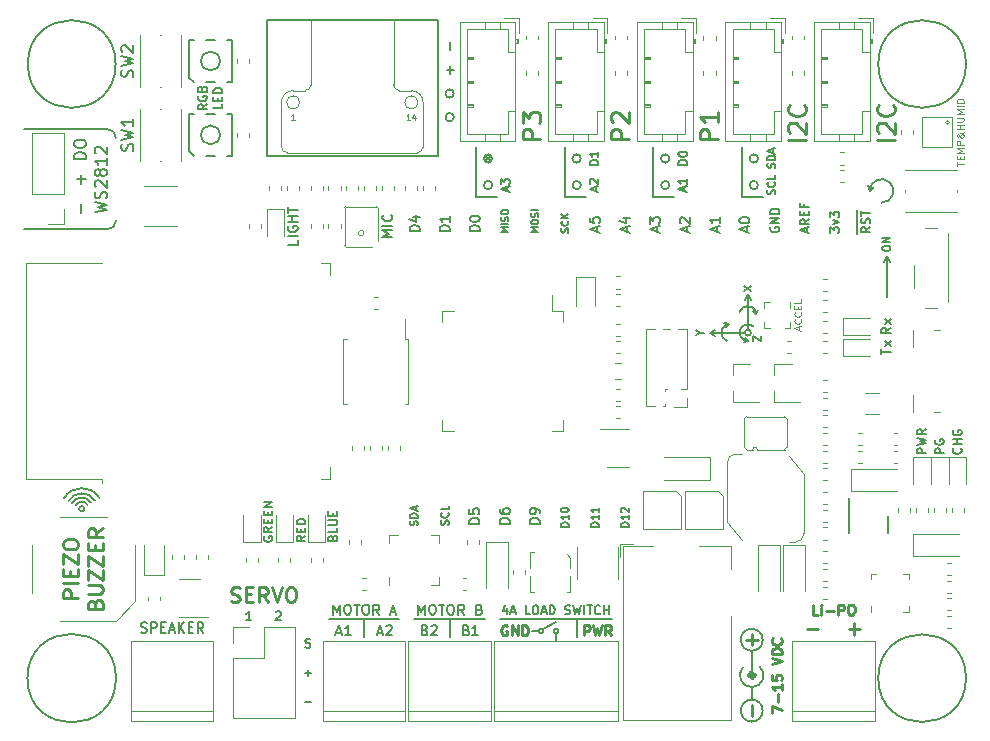
<source format=gbr>
G04 #@! TF.GenerationSoftware,KiCad,Pcbnew,5.1.5-1.fc31*
G04 #@! TF.CreationDate,2020-07-10T22:42:19+07:00*
G04 #@! TF.ProjectId,MP_SamBaseBoard_V1,4d505f53-616d-4426-9173-65426f617264,rev?*
G04 #@! TF.SameCoordinates,Original*
G04 #@! TF.FileFunction,Legend,Top*
G04 #@! TF.FilePolarity,Positive*
%FSLAX45Y45*%
G04 Gerber Fmt 4.5, Leading zero omitted, Abs format (unit mm)*
G04 Created by KiCad (PCBNEW 5.1.5-1.fc31) date 2020-07-10 22:42:19*
%MOMM*%
%LPD*%
G04 APERTURE LIST*
%ADD10C,0.150000*%
%ADD11C,0.200000*%
%ADD12C,0.212500*%
%ADD13C,0.250000*%
%ADD14C,0.185000*%
%ADD15C,0.175000*%
%ADD16C,0.125000*%
%ADD17C,0.162500*%
%ADD18C,0.500000*%
%ADD19C,0.120000*%
%ADD20C,0.100000*%
G04 APERTURE END LIST*
D10*
X16400000Y-8475000D02*
X16450000Y-8425000D01*
X16400000Y-8425000D02*
X16450000Y-8475000D01*
X18575000Y-8350000D02*
X18575000Y-8775000D01*
X18575000Y-8775000D02*
X18750000Y-8775000D01*
X17825000Y-8350000D02*
X17825000Y-8775000D01*
X17825000Y-8775000D02*
X18000000Y-8775000D01*
X17075000Y-8350000D02*
X17075000Y-8775000D01*
X17075000Y-8775000D02*
X17250000Y-8775000D01*
X16325000Y-8775000D02*
X16500000Y-8775000D01*
X16325000Y-8350000D02*
X16325000Y-8775000D01*
X16135355Y-8100000D02*
G75*
G03X16135355Y-8100000I-35355J0D01*
G01*
X16135355Y-7900000D02*
G75*
G03X16135355Y-7900000I-35355J0D01*
G01*
X16106071Y-7732381D02*
X16106071Y-7667619D01*
X16138452Y-7700000D02*
X16073690Y-7700000D01*
X16106071Y-7532381D02*
X16106071Y-7467619D01*
X18851310Y-8528929D02*
X18854405Y-8519643D01*
X18854405Y-8504167D01*
X18851310Y-8497976D01*
X18848214Y-8494881D01*
X18842024Y-8491786D01*
X18835833Y-8491786D01*
X18829643Y-8494881D01*
X18826548Y-8497976D01*
X18823452Y-8504167D01*
X18820357Y-8516548D01*
X18817262Y-8522738D01*
X18814167Y-8525833D01*
X18807976Y-8528929D01*
X18801786Y-8528929D01*
X18795595Y-8525833D01*
X18792500Y-8522738D01*
X18789405Y-8516548D01*
X18789405Y-8501071D01*
X18792500Y-8491786D01*
X18854405Y-8463929D02*
X18789405Y-8463929D01*
X18789405Y-8448452D01*
X18792500Y-8439167D01*
X18798690Y-8432976D01*
X18804881Y-8429881D01*
X18817262Y-8426786D01*
X18826548Y-8426786D01*
X18838929Y-8429881D01*
X18845119Y-8432976D01*
X18851310Y-8439167D01*
X18854405Y-8448452D01*
X18854405Y-8463929D01*
X18835833Y-8402024D02*
X18835833Y-8371071D01*
X18854405Y-8408214D02*
X18789405Y-8386548D01*
X18854405Y-8364881D01*
X18851310Y-8752381D02*
X18854405Y-8743095D01*
X18854405Y-8727619D01*
X18851310Y-8721429D01*
X18848214Y-8718333D01*
X18842024Y-8715238D01*
X18835833Y-8715238D01*
X18829643Y-8718333D01*
X18826548Y-8721429D01*
X18823452Y-8727619D01*
X18820357Y-8740000D01*
X18817262Y-8746190D01*
X18814167Y-8749286D01*
X18807976Y-8752381D01*
X18801786Y-8752381D01*
X18795595Y-8749286D01*
X18792500Y-8746190D01*
X18789405Y-8740000D01*
X18789405Y-8724524D01*
X18792500Y-8715238D01*
X18848214Y-8650238D02*
X18851310Y-8653333D01*
X18854405Y-8662619D01*
X18854405Y-8668810D01*
X18851310Y-8678095D01*
X18845119Y-8684286D01*
X18838929Y-8687381D01*
X18826548Y-8690476D01*
X18817262Y-8690476D01*
X18804881Y-8687381D01*
X18798690Y-8684286D01*
X18792500Y-8678095D01*
X18789405Y-8668810D01*
X18789405Y-8662619D01*
X18792500Y-8653333D01*
X18795595Y-8650238D01*
X18854405Y-8591429D02*
X18854405Y-8622381D01*
X18789405Y-8622381D01*
X18087500Y-8728571D02*
X18087500Y-8692857D01*
X18108929Y-8735714D02*
X18033929Y-8710714D01*
X18108929Y-8685714D01*
X18108929Y-8621429D02*
X18108929Y-8664286D01*
X18108929Y-8642857D02*
X18033929Y-8642857D01*
X18044643Y-8650000D01*
X18051786Y-8657143D01*
X18055357Y-8664286D01*
X18108929Y-8505357D02*
X18033929Y-8505357D01*
X18033929Y-8487500D01*
X18037500Y-8476786D01*
X18044643Y-8469643D01*
X18051786Y-8466071D01*
X18066071Y-8462500D01*
X18076786Y-8462500D01*
X18091071Y-8466071D01*
X18098214Y-8469643D01*
X18105357Y-8476786D01*
X18108929Y-8487500D01*
X18108929Y-8505357D01*
X18033929Y-8416071D02*
X18033929Y-8408929D01*
X18037500Y-8401786D01*
X18041071Y-8398214D01*
X18048214Y-8394643D01*
X18062500Y-8391071D01*
X18080357Y-8391071D01*
X18094643Y-8394643D01*
X18101786Y-8398214D01*
X18105357Y-8401786D01*
X18108929Y-8408929D01*
X18108929Y-8416071D01*
X18105357Y-8423214D01*
X18101786Y-8426786D01*
X18094643Y-8430357D01*
X18080357Y-8433929D01*
X18062500Y-8433929D01*
X18048214Y-8430357D01*
X18041071Y-8426786D01*
X18037500Y-8423214D01*
X18033929Y-8416071D01*
X17358929Y-8505357D02*
X17283929Y-8505357D01*
X17283929Y-8487500D01*
X17287500Y-8476786D01*
X17294643Y-8469643D01*
X17301786Y-8466071D01*
X17316071Y-8462500D01*
X17326786Y-8462500D01*
X17341071Y-8466071D01*
X17348214Y-8469643D01*
X17355357Y-8476786D01*
X17358929Y-8487500D01*
X17358929Y-8505357D01*
X17358929Y-8391071D02*
X17358929Y-8433929D01*
X17358929Y-8412500D02*
X17283929Y-8412500D01*
X17294643Y-8419643D01*
X17301786Y-8426786D01*
X17305357Y-8433929D01*
X17337500Y-8728571D02*
X17337500Y-8692857D01*
X17358929Y-8735714D02*
X17283929Y-8710714D01*
X17358929Y-8685714D01*
X17291071Y-8664286D02*
X17287500Y-8660714D01*
X17283929Y-8653571D01*
X17283929Y-8635714D01*
X17287500Y-8628571D01*
X17291071Y-8625000D01*
X17298214Y-8621429D01*
X17305357Y-8621429D01*
X17316071Y-8625000D01*
X17358929Y-8667857D01*
X17358929Y-8621429D01*
X18710355Y-8450000D02*
G75*
G03X18710355Y-8450000I-35355J0D01*
G01*
X18710355Y-8675000D02*
G75*
G03X18710355Y-8675000I-35355J0D01*
G01*
X17960355Y-8450000D02*
G75*
G03X17960355Y-8450000I-35355J0D01*
G01*
X17960355Y-8675000D02*
G75*
G03X17960355Y-8675000I-35355J0D01*
G01*
X17210355Y-8675000D02*
G75*
G03X17210355Y-8675000I-35355J0D01*
G01*
X17210355Y-8450000D02*
G75*
G03X17210355Y-8450000I-35355J0D01*
G01*
X16587500Y-8728571D02*
X16587500Y-8692857D01*
X16608928Y-8735714D02*
X16533928Y-8710714D01*
X16608928Y-8685714D01*
X16533928Y-8667857D02*
X16533928Y-8621429D01*
X16562500Y-8646429D01*
X16562500Y-8635714D01*
X16566071Y-8628571D01*
X16569643Y-8625000D01*
X16576786Y-8621429D01*
X16594643Y-8621429D01*
X16601786Y-8625000D01*
X16605357Y-8628571D01*
X16608928Y-8635714D01*
X16608928Y-8657143D01*
X16605357Y-8664286D01*
X16601786Y-8667857D01*
X16460355Y-8450000D02*
G75*
G03X16460355Y-8450000I-35355J0D01*
G01*
X16460355Y-8675000D02*
G75*
G03X16460355Y-8675000I-35355J0D01*
G01*
X17000000Y-12470000D02*
X17000000Y-12530000D01*
X16890000Y-12435000D02*
X17000000Y-12375000D01*
X17020000Y-12450000D02*
G75*
G03X17020000Y-12450000I-20000J0D01*
G01*
X16895000Y-12450000D02*
G75*
G03X16895000Y-12450000I-20000J0D01*
G01*
D11*
X14813452Y-9138333D02*
X14813452Y-9178810D01*
X14728452Y-9178810D01*
X14813452Y-9110000D02*
X14728452Y-9110000D01*
X14732500Y-9025000D02*
X14728452Y-9033095D01*
X14728452Y-9045238D01*
X14732500Y-9057381D01*
X14740595Y-9065476D01*
X14748690Y-9069524D01*
X14764881Y-9073571D01*
X14777024Y-9073571D01*
X14793214Y-9069524D01*
X14801309Y-9065476D01*
X14809405Y-9057381D01*
X14813452Y-9045238D01*
X14813452Y-9037143D01*
X14809405Y-9025000D01*
X14805357Y-9020952D01*
X14777024Y-9020952D01*
X14777024Y-9037143D01*
X14813452Y-8984524D02*
X14728452Y-8984524D01*
X14768928Y-8984524D02*
X14768928Y-8935952D01*
X14813452Y-8935952D02*
X14728452Y-8935952D01*
X14728452Y-8907619D02*
X14728452Y-8859048D01*
X14813452Y-8883333D02*
X14728452Y-8883333D01*
D10*
X14550000Y-7275000D02*
X14550000Y-8425000D01*
X14550000Y-8425000D02*
X16000000Y-8425000D01*
X16000000Y-7275000D02*
X16000000Y-8425000D01*
X14550000Y-7275000D02*
X16000000Y-7275000D01*
X19800000Y-9275000D02*
X19825000Y-9325000D01*
X19800000Y-9275000D02*
X19775000Y-9325000D01*
X19800000Y-9275000D02*
X19800000Y-9625000D01*
X19764405Y-9215238D02*
X19764405Y-9202857D01*
X19767500Y-9196667D01*
X19773690Y-9190476D01*
X19786071Y-9187381D01*
X19807738Y-9187381D01*
X19820119Y-9190476D01*
X19826310Y-9196667D01*
X19829405Y-9202857D01*
X19829405Y-9215238D01*
X19826310Y-9221429D01*
X19820119Y-9227619D01*
X19807738Y-9230714D01*
X19786071Y-9230714D01*
X19773690Y-9227619D01*
X19767500Y-9221429D01*
X19764405Y-9215238D01*
X19829405Y-9159524D02*
X19764405Y-9159524D01*
X19829405Y-9122381D01*
X19764405Y-9122381D01*
D12*
X18828452Y-13140714D02*
X18828452Y-13084048D01*
X18913452Y-13120476D01*
X18881071Y-13051667D02*
X18881071Y-12986905D01*
X18913452Y-12901905D02*
X18913452Y-12950476D01*
X18913452Y-12926190D02*
X18828452Y-12926190D01*
X18840595Y-12934286D01*
X18848690Y-12942381D01*
X18852738Y-12950476D01*
X18828452Y-12825000D02*
X18828452Y-12865476D01*
X18868929Y-12869524D01*
X18864881Y-12865476D01*
X18860833Y-12857381D01*
X18860833Y-12837143D01*
X18864881Y-12829048D01*
X18868929Y-12825000D01*
X18877024Y-12820952D01*
X18897262Y-12820952D01*
X18905357Y-12825000D01*
X18909405Y-12829048D01*
X18913452Y-12837143D01*
X18913452Y-12857381D01*
X18909405Y-12865476D01*
X18905357Y-12869524D01*
X18828452Y-12731905D02*
X18913452Y-12703571D01*
X18828452Y-12675238D01*
X18913452Y-12646905D02*
X18828452Y-12646905D01*
X18828452Y-12626667D01*
X18832500Y-12614524D01*
X18840595Y-12606428D01*
X18848690Y-12602381D01*
X18864881Y-12598333D01*
X18877024Y-12598333D01*
X18893214Y-12602381D01*
X18901310Y-12606428D01*
X18909405Y-12614524D01*
X18913452Y-12626667D01*
X18913452Y-12646905D01*
X18905357Y-12513333D02*
X18909405Y-12517381D01*
X18913452Y-12529524D01*
X18913452Y-12537619D01*
X18909405Y-12549762D01*
X18901310Y-12557857D01*
X18893214Y-12561905D01*
X18877024Y-12565952D01*
X18864881Y-12565952D01*
X18848690Y-12561905D01*
X18840595Y-12557857D01*
X18832500Y-12549762D01*
X18828452Y-12537619D01*
X18828452Y-12529524D01*
X18832500Y-12517381D01*
X18836548Y-12513333D01*
D13*
X18658929Y-12572619D02*
X18658929Y-12477381D01*
X18706548Y-12525000D02*
X18611310Y-12525000D01*
X18658929Y-13172619D02*
X18658929Y-13077381D01*
D12*
X19216429Y-12313452D02*
X19175952Y-12313452D01*
X19175952Y-12228452D01*
X19244762Y-12313452D02*
X19244762Y-12256786D01*
X19244762Y-12228452D02*
X19240714Y-12232500D01*
X19244762Y-12236548D01*
X19248810Y-12232500D01*
X19244762Y-12228452D01*
X19244762Y-12236548D01*
X19285238Y-12281071D02*
X19350000Y-12281071D01*
X19390476Y-12313452D02*
X19390476Y-12228452D01*
X19422857Y-12228452D01*
X19430952Y-12232500D01*
X19435000Y-12236548D01*
X19439048Y-12244643D01*
X19439048Y-12256786D01*
X19435000Y-12264881D01*
X19430952Y-12268928D01*
X19422857Y-12272976D01*
X19390476Y-12272976D01*
X19491667Y-12228452D02*
X19507857Y-12228452D01*
X19515952Y-12232500D01*
X19524048Y-12240595D01*
X19528095Y-12256786D01*
X19528095Y-12285119D01*
X19524048Y-12301309D01*
X19515952Y-12309405D01*
X19507857Y-12313452D01*
X19491667Y-12313452D01*
X19483571Y-12309405D01*
X19475476Y-12301309D01*
X19471429Y-12285119D01*
X19471429Y-12256786D01*
X19475476Y-12240595D01*
X19483571Y-12232500D01*
X19491667Y-12228452D01*
D10*
X17175000Y-12350000D02*
X17175000Y-12500000D01*
X16800000Y-12450000D02*
X16855000Y-12450000D01*
X16525000Y-12350000D02*
X17475000Y-12350000D01*
D12*
X17236667Y-12488452D02*
X17236667Y-12403452D01*
X17269048Y-12403452D01*
X17277143Y-12407500D01*
X17281190Y-12411548D01*
X17285238Y-12419643D01*
X17285238Y-12431786D01*
X17281190Y-12439881D01*
X17277143Y-12443928D01*
X17269048Y-12447976D01*
X17236667Y-12447976D01*
X17313571Y-12403452D02*
X17333810Y-12488452D01*
X17350000Y-12427738D01*
X17366190Y-12488452D01*
X17386429Y-12403452D01*
X17467381Y-12488452D02*
X17439048Y-12447976D01*
X17418810Y-12488452D02*
X17418810Y-12403452D01*
X17451190Y-12403452D01*
X17459286Y-12407500D01*
X17463333Y-12411548D01*
X17467381Y-12419643D01*
X17467381Y-12431786D01*
X17463333Y-12439881D01*
X17459286Y-12443928D01*
X17451190Y-12447976D01*
X17418810Y-12447976D01*
X16585238Y-12407500D02*
X16577143Y-12403452D01*
X16565000Y-12403452D01*
X16552857Y-12407500D01*
X16544762Y-12415595D01*
X16540714Y-12423690D01*
X16536667Y-12439881D01*
X16536667Y-12452024D01*
X16540714Y-12468214D01*
X16544762Y-12476309D01*
X16552857Y-12484405D01*
X16565000Y-12488452D01*
X16573095Y-12488452D01*
X16585238Y-12484405D01*
X16589286Y-12480357D01*
X16589286Y-12452024D01*
X16573095Y-12452024D01*
X16625714Y-12488452D02*
X16625714Y-12403452D01*
X16674286Y-12488452D01*
X16674286Y-12403452D01*
X16714762Y-12488452D02*
X16714762Y-12403452D01*
X16735000Y-12403452D01*
X16747143Y-12407500D01*
X16755238Y-12415595D01*
X16759286Y-12423690D01*
X16763333Y-12439881D01*
X16763333Y-12452024D01*
X16759286Y-12468214D01*
X16755238Y-12476309D01*
X16747143Y-12484405D01*
X16735000Y-12488452D01*
X16714762Y-12488452D01*
D14*
X20426786Y-10902261D02*
X20430357Y-10905832D01*
X20433929Y-10916546D01*
X20433929Y-10923689D01*
X20430357Y-10934404D01*
X20423214Y-10941546D01*
X20416071Y-10945118D01*
X20401786Y-10948689D01*
X20391071Y-10948689D01*
X20376786Y-10945118D01*
X20369643Y-10941546D01*
X20362500Y-10934404D01*
X20358929Y-10923689D01*
X20358929Y-10916546D01*
X20362500Y-10905832D01*
X20366071Y-10902261D01*
X20433929Y-10870118D02*
X20358929Y-10870118D01*
X20394643Y-10870118D02*
X20394643Y-10827261D01*
X20433929Y-10827261D02*
X20358929Y-10827261D01*
X20362500Y-10752261D02*
X20358929Y-10759404D01*
X20358929Y-10770118D01*
X20362500Y-10780832D01*
X20369643Y-10787975D01*
X20376786Y-10791546D01*
X20391071Y-10795118D01*
X20401786Y-10795118D01*
X20416071Y-10791546D01*
X20423214Y-10787975D01*
X20430357Y-10780832D01*
X20433929Y-10770118D01*
X20433929Y-10762975D01*
X20430357Y-10752261D01*
X20426786Y-10748689D01*
X20401786Y-10748689D01*
X20401786Y-10762975D01*
X20283929Y-10945118D02*
X20208929Y-10945118D01*
X20208929Y-10916546D01*
X20212500Y-10909404D01*
X20216071Y-10905832D01*
X20223214Y-10902261D01*
X20233929Y-10902261D01*
X20241071Y-10905832D01*
X20244643Y-10909404D01*
X20248214Y-10916546D01*
X20248214Y-10945118D01*
X20212500Y-10830832D02*
X20208929Y-10837975D01*
X20208929Y-10848689D01*
X20212500Y-10859404D01*
X20219643Y-10866546D01*
X20226786Y-10870118D01*
X20241071Y-10873689D01*
X20251786Y-10873689D01*
X20266071Y-10870118D01*
X20273214Y-10866546D01*
X20280357Y-10859404D01*
X20283929Y-10848689D01*
X20283929Y-10841546D01*
X20280357Y-10830832D01*
X20276786Y-10827261D01*
X20251786Y-10827261D01*
X20251786Y-10841546D01*
D10*
X15375000Y-12350000D02*
X15375000Y-12500000D01*
X16100000Y-12350000D02*
X16100000Y-12500000D01*
D11*
X16351602Y-11542614D02*
X16266602Y-11542614D01*
X16266602Y-11522376D01*
X16270650Y-11510233D01*
X16278745Y-11502138D01*
X16286840Y-11498090D01*
X16303031Y-11494043D01*
X16315174Y-11494043D01*
X16331364Y-11498090D01*
X16339459Y-11502138D01*
X16347555Y-11510233D01*
X16351602Y-11522376D01*
X16351602Y-11542614D01*
X16266602Y-11417138D02*
X16266602Y-11457614D01*
X16307078Y-11461662D01*
X16303031Y-11457614D01*
X16298983Y-11449519D01*
X16298983Y-11429281D01*
X16303031Y-11421186D01*
X16307078Y-11417138D01*
X16315174Y-11413090D01*
X16335412Y-11413090D01*
X16343507Y-11417138D01*
X16347555Y-11421186D01*
X16351602Y-11429281D01*
X16351602Y-11449519D01*
X16347555Y-11457614D01*
X16343507Y-11461662D01*
D10*
X15800000Y-12350000D02*
X16400000Y-12350000D01*
X15075000Y-12350000D02*
X15675000Y-12350000D01*
D11*
X16240595Y-12443928D02*
X16252738Y-12447976D01*
X16256786Y-12452024D01*
X16260833Y-12460119D01*
X16260833Y-12472262D01*
X16256786Y-12480357D01*
X16252738Y-12484405D01*
X16244643Y-12488452D01*
X16212262Y-12488452D01*
X16212262Y-12403452D01*
X16240595Y-12403452D01*
X16248690Y-12407500D01*
X16252738Y-12411548D01*
X16256786Y-12419643D01*
X16256786Y-12427738D01*
X16252738Y-12435833D01*
X16248690Y-12439881D01*
X16240595Y-12443928D01*
X16212262Y-12443928D01*
X16341786Y-12488452D02*
X16293214Y-12488452D01*
X16317500Y-12488452D02*
X16317500Y-12403452D01*
X16309405Y-12415595D01*
X16301309Y-12423690D01*
X16293214Y-12427738D01*
X15890595Y-12443928D02*
X15902738Y-12447976D01*
X15906786Y-12452024D01*
X15910833Y-12460119D01*
X15910833Y-12472262D01*
X15906786Y-12480357D01*
X15902738Y-12484405D01*
X15894643Y-12488452D01*
X15862262Y-12488452D01*
X15862262Y-12403452D01*
X15890595Y-12403452D01*
X15898690Y-12407500D01*
X15902738Y-12411548D01*
X15906786Y-12419643D01*
X15906786Y-12427738D01*
X15902738Y-12435833D01*
X15898690Y-12439881D01*
X15890595Y-12443928D01*
X15862262Y-12443928D01*
X15943214Y-12411548D02*
X15947262Y-12407500D01*
X15955357Y-12403452D01*
X15975595Y-12403452D01*
X15983690Y-12407500D01*
X15987738Y-12411548D01*
X15991786Y-12419643D01*
X15991786Y-12427738D01*
X15987738Y-12439881D01*
X15939167Y-12488452D01*
X15991786Y-12488452D01*
X15489286Y-12464167D02*
X15529762Y-12464167D01*
X15481190Y-12488452D02*
X15509524Y-12403452D01*
X15537857Y-12488452D01*
X15562143Y-12411548D02*
X15566190Y-12407500D01*
X15574286Y-12403452D01*
X15594524Y-12403452D01*
X15602619Y-12407500D01*
X15606667Y-12411548D01*
X15610714Y-12419643D01*
X15610714Y-12427738D01*
X15606667Y-12439881D01*
X15558095Y-12488452D01*
X15610714Y-12488452D01*
X15139286Y-12464167D02*
X15179762Y-12464167D01*
X15131190Y-12488452D02*
X15159524Y-12403452D01*
X15187857Y-12488452D01*
X15260714Y-12488452D02*
X15212143Y-12488452D01*
X15236428Y-12488452D02*
X15236428Y-12403452D01*
X15228333Y-12415595D01*
X15220238Y-12423690D01*
X15212143Y-12427738D01*
X15113928Y-12313452D02*
X15113928Y-12228452D01*
X15142262Y-12289167D01*
X15170595Y-12228452D01*
X15170595Y-12313452D01*
X15227262Y-12228452D02*
X15243452Y-12228452D01*
X15251548Y-12232500D01*
X15259643Y-12240595D01*
X15263690Y-12256786D01*
X15263690Y-12285119D01*
X15259643Y-12301309D01*
X15251548Y-12309405D01*
X15243452Y-12313452D01*
X15227262Y-12313452D01*
X15219167Y-12309405D01*
X15211071Y-12301309D01*
X15207024Y-12285119D01*
X15207024Y-12256786D01*
X15211071Y-12240595D01*
X15219167Y-12232500D01*
X15227262Y-12228452D01*
X15287976Y-12228452D02*
X15336548Y-12228452D01*
X15312262Y-12313452D02*
X15312262Y-12228452D01*
X15381071Y-12228452D02*
X15397262Y-12228452D01*
X15405357Y-12232500D01*
X15413452Y-12240595D01*
X15417500Y-12256786D01*
X15417500Y-12285119D01*
X15413452Y-12301309D01*
X15405357Y-12309405D01*
X15397262Y-12313452D01*
X15381071Y-12313452D01*
X15372976Y-12309405D01*
X15364881Y-12301309D01*
X15360833Y-12285119D01*
X15360833Y-12256786D01*
X15364881Y-12240595D01*
X15372976Y-12232500D01*
X15381071Y-12228452D01*
X15502500Y-12313452D02*
X15474167Y-12272976D01*
X15453928Y-12313452D02*
X15453928Y-12228452D01*
X15486309Y-12228452D01*
X15494405Y-12232500D01*
X15498452Y-12236548D01*
X15502500Y-12244643D01*
X15502500Y-12256786D01*
X15498452Y-12264881D01*
X15494405Y-12268928D01*
X15486309Y-12272976D01*
X15453928Y-12272976D01*
X15599643Y-12289167D02*
X15640119Y-12289167D01*
X15591548Y-12313452D02*
X15619881Y-12228452D01*
X15648214Y-12313452D01*
D10*
X13275000Y-12850000D02*
G75*
G03X13275000Y-12850000I-375000J0D01*
G01*
X20471652Y-12850000D02*
G75*
G03X20471652Y-12850000I-371652J0D01*
G01*
X13271652Y-7650000D02*
G75*
G03X13271652Y-7650000I-371652J0D01*
G01*
X20471652Y-7650000D02*
G75*
G03X20471652Y-7650000I-371652J0D01*
G01*
X12832537Y-11329239D02*
G75*
G02X13135000Y-11325000I152463J-85761D01*
G01*
X12871024Y-11351680D02*
G75*
G02X13095000Y-11345000I113976J-63320D01*
G01*
X12903090Y-11368194D02*
G75*
G02X13065000Y-11365000I81910J-46806D01*
G01*
X12935000Y-11385000D02*
G75*
G02X13035000Y-11385000I50000J-30000D01*
G01*
X13007361Y-11415000D02*
G75*
G03X13007361Y-11415000I-22361J0D01*
G01*
D15*
X14043928Y-7991786D02*
X14008214Y-8016786D01*
X14043928Y-8034643D02*
X13968928Y-8034643D01*
X13968928Y-8006071D01*
X13972500Y-7998928D01*
X13976071Y-7995357D01*
X13983214Y-7991786D01*
X13993928Y-7991786D01*
X14001071Y-7995357D01*
X14004643Y-7998928D01*
X14008214Y-8006071D01*
X14008214Y-8034643D01*
X13972500Y-7920357D02*
X13968928Y-7927500D01*
X13968928Y-7938214D01*
X13972500Y-7948928D01*
X13979643Y-7956071D01*
X13986786Y-7959643D01*
X14001071Y-7963214D01*
X14011786Y-7963214D01*
X14026071Y-7959643D01*
X14033214Y-7956071D01*
X14040357Y-7948928D01*
X14043928Y-7938214D01*
X14043928Y-7931071D01*
X14040357Y-7920357D01*
X14036786Y-7916786D01*
X14011786Y-7916786D01*
X14011786Y-7931071D01*
X14004643Y-7859643D02*
X14008214Y-7848928D01*
X14011786Y-7845357D01*
X14018928Y-7841786D01*
X14029643Y-7841786D01*
X14036786Y-7845357D01*
X14040357Y-7848928D01*
X14043928Y-7856071D01*
X14043928Y-7884643D01*
X13968928Y-7884643D01*
X13968928Y-7859643D01*
X13972500Y-7852500D01*
X13976071Y-7848928D01*
X13983214Y-7845357D01*
X13990357Y-7845357D01*
X13997500Y-7848928D01*
X14001071Y-7852500D01*
X14004643Y-7859643D01*
X14004643Y-7884643D01*
X14173928Y-7988214D02*
X14173928Y-8023928D01*
X14098928Y-8023928D01*
X14134643Y-7963214D02*
X14134643Y-7938214D01*
X14173928Y-7927500D02*
X14173928Y-7963214D01*
X14098928Y-7963214D01*
X14098928Y-7927500D01*
X14173928Y-7895357D02*
X14098928Y-7895357D01*
X14098928Y-7877500D01*
X14102500Y-7866786D01*
X14109643Y-7859643D01*
X14116786Y-7856071D01*
X14131071Y-7852500D01*
X14141786Y-7852500D01*
X14156071Y-7856071D01*
X14163214Y-7859643D01*
X14170357Y-7866786D01*
X14173928Y-7877500D01*
X14173928Y-7895357D01*
D10*
X15826309Y-11554988D02*
X15829405Y-11545702D01*
X15829405Y-11530226D01*
X15826309Y-11524036D01*
X15823214Y-11520940D01*
X15817024Y-11517845D01*
X15810833Y-11517845D01*
X15804643Y-11520940D01*
X15801548Y-11524036D01*
X15798452Y-11530226D01*
X15795357Y-11542607D01*
X15792262Y-11548798D01*
X15789167Y-11551893D01*
X15782976Y-11554988D01*
X15776786Y-11554988D01*
X15770595Y-11551893D01*
X15767500Y-11548798D01*
X15764405Y-11542607D01*
X15764405Y-11527131D01*
X15767500Y-11517845D01*
X15829405Y-11489988D02*
X15764405Y-11489988D01*
X15764405Y-11474512D01*
X15767500Y-11465226D01*
X15773690Y-11459036D01*
X15779881Y-11455940D01*
X15792262Y-11452845D01*
X15801548Y-11452845D01*
X15813928Y-11455940D01*
X15820119Y-11459036D01*
X15826309Y-11465226D01*
X15829405Y-11474512D01*
X15829405Y-11489988D01*
X15810833Y-11428083D02*
X15810833Y-11397131D01*
X15829405Y-11434274D02*
X15764405Y-11412607D01*
X15829405Y-11390940D01*
X16087209Y-11551893D02*
X16090305Y-11542607D01*
X16090305Y-11527131D01*
X16087209Y-11520940D01*
X16084114Y-11517845D01*
X16077924Y-11514750D01*
X16071733Y-11514750D01*
X16065543Y-11517845D01*
X16062448Y-11520940D01*
X16059352Y-11527131D01*
X16056257Y-11539512D01*
X16053162Y-11545702D01*
X16050067Y-11548798D01*
X16043876Y-11551893D01*
X16037686Y-11551893D01*
X16031495Y-11548798D01*
X16028400Y-11545702D01*
X16025305Y-11539512D01*
X16025305Y-11524036D01*
X16028400Y-11514750D01*
X16084114Y-11449750D02*
X16087209Y-11452845D01*
X16090305Y-11462131D01*
X16090305Y-11468321D01*
X16087209Y-11477607D01*
X16081019Y-11483798D01*
X16074828Y-11486893D01*
X16062448Y-11489988D01*
X16053162Y-11489988D01*
X16040781Y-11486893D01*
X16034590Y-11483798D01*
X16028400Y-11477607D01*
X16025305Y-11468321D01*
X16025305Y-11462131D01*
X16028400Y-11452845D01*
X16031495Y-11449750D01*
X16090305Y-11390940D02*
X16090305Y-11421893D01*
X16025305Y-11421893D01*
D11*
X16607352Y-11542614D02*
X16522352Y-11542614D01*
X16522352Y-11522376D01*
X16526400Y-11510233D01*
X16534495Y-11502138D01*
X16542590Y-11498090D01*
X16558781Y-11494043D01*
X16570924Y-11494043D01*
X16587114Y-11498090D01*
X16595209Y-11502138D01*
X16603305Y-11510233D01*
X16607352Y-11522376D01*
X16607352Y-11542614D01*
X16522352Y-11421186D02*
X16522352Y-11437376D01*
X16526400Y-11445471D01*
X16530448Y-11449519D01*
X16542590Y-11457614D01*
X16558781Y-11461662D01*
X16591162Y-11461662D01*
X16599257Y-11457614D01*
X16603305Y-11453567D01*
X16607352Y-11445471D01*
X16607352Y-11429281D01*
X16603305Y-11421186D01*
X16599257Y-11417138D01*
X16591162Y-11413090D01*
X16570924Y-11413090D01*
X16562828Y-11417138D01*
X16558781Y-11421186D01*
X16554733Y-11429281D01*
X16554733Y-11445471D01*
X16558781Y-11453567D01*
X16562828Y-11457614D01*
X16570924Y-11461662D01*
X16861352Y-11542614D02*
X16776352Y-11542614D01*
X16776352Y-11522376D01*
X16780400Y-11510233D01*
X16788495Y-11502138D01*
X16796590Y-11498090D01*
X16812781Y-11494043D01*
X16824924Y-11494043D01*
X16841114Y-11498090D01*
X16849210Y-11502138D01*
X16857305Y-11510233D01*
X16861352Y-11522376D01*
X16861352Y-11542614D01*
X16861352Y-11453567D02*
X16861352Y-11437376D01*
X16857305Y-11429281D01*
X16853257Y-11425233D01*
X16841114Y-11417138D01*
X16824924Y-11413090D01*
X16792543Y-11413090D01*
X16784448Y-11417138D01*
X16780400Y-11421186D01*
X16776352Y-11429281D01*
X16776352Y-11445471D01*
X16780400Y-11453567D01*
X16784448Y-11457614D01*
X16792543Y-11461662D01*
X16812781Y-11461662D01*
X16820876Y-11457614D01*
X16824924Y-11453567D01*
X16828971Y-11445471D01*
X16828971Y-11429281D01*
X16824924Y-11421186D01*
X16820876Y-11417138D01*
X16812781Y-11413090D01*
D10*
X17106305Y-11566983D02*
X17041305Y-11566983D01*
X17041305Y-11551507D01*
X17044400Y-11542221D01*
X17050590Y-11536031D01*
X17056781Y-11532936D01*
X17069162Y-11529840D01*
X17078448Y-11529840D01*
X17090829Y-11532936D01*
X17097019Y-11536031D01*
X17103210Y-11542221D01*
X17106305Y-11551507D01*
X17106305Y-11566983D01*
X17106305Y-11467936D02*
X17106305Y-11505078D01*
X17106305Y-11486507D02*
X17041305Y-11486507D01*
X17050590Y-11492698D01*
X17056781Y-11498888D01*
X17059876Y-11505078D01*
X17041305Y-11427698D02*
X17041305Y-11421507D01*
X17044400Y-11415317D01*
X17047495Y-11412221D01*
X17053686Y-11409126D01*
X17066067Y-11406031D01*
X17081543Y-11406031D01*
X17093924Y-11409126D01*
X17100114Y-11412221D01*
X17103210Y-11415317D01*
X17106305Y-11421507D01*
X17106305Y-11427698D01*
X17103210Y-11433888D01*
X17100114Y-11436983D01*
X17093924Y-11440078D01*
X17081543Y-11443174D01*
X17066067Y-11443174D01*
X17053686Y-11440078D01*
X17047495Y-11436983D01*
X17044400Y-11433888D01*
X17041305Y-11427698D01*
X17360305Y-11566983D02*
X17295305Y-11566983D01*
X17295305Y-11551507D01*
X17298400Y-11542221D01*
X17304590Y-11536031D01*
X17310781Y-11532936D01*
X17323162Y-11529840D01*
X17332448Y-11529840D01*
X17344829Y-11532936D01*
X17351019Y-11536031D01*
X17357210Y-11542221D01*
X17360305Y-11551507D01*
X17360305Y-11566983D01*
X17360305Y-11467936D02*
X17360305Y-11505078D01*
X17360305Y-11486507D02*
X17295305Y-11486507D01*
X17304590Y-11492698D01*
X17310781Y-11498888D01*
X17313876Y-11505078D01*
X17360305Y-11406031D02*
X17360305Y-11443174D01*
X17360305Y-11424602D02*
X17295305Y-11424602D01*
X17304590Y-11430793D01*
X17310781Y-11436983D01*
X17313876Y-11443174D01*
D15*
X19548250Y-9088625D02*
X19548250Y-9013625D01*
X19658929Y-9027911D02*
X19623214Y-9052911D01*
X19658929Y-9070768D02*
X19583929Y-9070768D01*
X19583929Y-9042196D01*
X19587500Y-9035054D01*
X19591071Y-9031482D01*
X19598214Y-9027911D01*
X19608929Y-9027911D01*
X19616071Y-9031482D01*
X19619643Y-9035054D01*
X19623214Y-9042196D01*
X19623214Y-9070768D01*
X19548250Y-9013625D02*
X19548250Y-8942196D01*
X19655357Y-8999339D02*
X19658929Y-8988625D01*
X19658929Y-8970768D01*
X19655357Y-8963625D01*
X19651786Y-8960054D01*
X19644643Y-8956482D01*
X19637500Y-8956482D01*
X19630357Y-8960054D01*
X19626786Y-8963625D01*
X19623214Y-8970768D01*
X19619643Y-8985054D01*
X19616071Y-8992196D01*
X19612500Y-8995768D01*
X19605357Y-8999339D01*
X19598214Y-8999339D01*
X19591071Y-8995768D01*
X19587500Y-8992196D01*
X19583929Y-8985054D01*
X19583929Y-8967196D01*
X19587500Y-8956482D01*
X19548250Y-8942196D02*
X19548250Y-8885054D01*
X19583929Y-8935054D02*
X19583929Y-8892196D01*
X19658929Y-8913625D02*
X19583929Y-8913625D01*
X19321829Y-9077911D02*
X19321829Y-9031482D01*
X19350400Y-9056482D01*
X19350400Y-9045768D01*
X19353971Y-9038625D01*
X19357543Y-9035054D01*
X19364686Y-9031482D01*
X19382543Y-9031482D01*
X19389686Y-9035054D01*
X19393257Y-9038625D01*
X19396829Y-9045768D01*
X19396829Y-9067196D01*
X19393257Y-9074339D01*
X19389686Y-9077911D01*
X19346829Y-9006482D02*
X19396829Y-8988625D01*
X19346829Y-8970768D01*
X19321829Y-8949339D02*
X19321829Y-8902911D01*
X19350400Y-8927911D01*
X19350400Y-8917196D01*
X19353971Y-8910054D01*
X19357543Y-8906482D01*
X19364686Y-8902911D01*
X19382543Y-8902911D01*
X19389686Y-8906482D01*
X19393257Y-8910054D01*
X19396829Y-8917196D01*
X19396829Y-8938625D01*
X19393257Y-8945768D01*
X19389686Y-8949339D01*
X19121400Y-9074339D02*
X19121400Y-9038625D01*
X19142829Y-9081482D02*
X19067829Y-9056482D01*
X19142829Y-9031482D01*
X19142829Y-8963625D02*
X19107114Y-8988625D01*
X19142829Y-9006482D02*
X19067829Y-9006482D01*
X19067829Y-8977911D01*
X19071400Y-8970768D01*
X19074971Y-8967196D01*
X19082114Y-8963625D01*
X19092829Y-8963625D01*
X19099971Y-8967196D01*
X19103543Y-8970768D01*
X19107114Y-8977911D01*
X19107114Y-9006482D01*
X19103543Y-8931482D02*
X19103543Y-8906482D01*
X19142829Y-8895768D02*
X19142829Y-8931482D01*
X19067829Y-8931482D01*
X19067829Y-8895768D01*
X19103543Y-8838625D02*
X19103543Y-8863625D01*
X19142829Y-8863625D02*
X19067829Y-8863625D01*
X19067829Y-8827911D01*
X18817400Y-9031482D02*
X18813829Y-9038625D01*
X18813829Y-9049339D01*
X18817400Y-9060054D01*
X18824543Y-9067196D01*
X18831686Y-9070768D01*
X18845971Y-9074339D01*
X18856686Y-9074339D01*
X18870971Y-9070768D01*
X18878114Y-9067196D01*
X18885257Y-9060054D01*
X18888829Y-9049339D01*
X18888829Y-9042196D01*
X18885257Y-9031482D01*
X18881686Y-9027911D01*
X18856686Y-9027911D01*
X18856686Y-9042196D01*
X18888829Y-8995768D02*
X18813829Y-8995768D01*
X18888829Y-8952911D01*
X18813829Y-8952911D01*
X18888829Y-8917196D02*
X18813829Y-8917196D01*
X18813829Y-8899339D01*
X18817400Y-8888625D01*
X18824543Y-8881482D01*
X18831686Y-8877911D01*
X18845971Y-8874339D01*
X18856686Y-8874339D01*
X18870971Y-8877911D01*
X18878114Y-8881482D01*
X18885257Y-8888625D01*
X18888829Y-8899339D01*
X18888829Y-8917196D01*
D11*
X18614167Y-9070810D02*
X18614167Y-9030333D01*
X18638452Y-9078905D02*
X18553452Y-9050571D01*
X18638452Y-9022238D01*
X18553452Y-8977714D02*
X18553452Y-8969619D01*
X18557500Y-8961524D01*
X18561548Y-8957476D01*
X18569643Y-8953429D01*
X18585833Y-8949381D01*
X18606071Y-8949381D01*
X18622262Y-8953429D01*
X18630357Y-8957476D01*
X18634405Y-8961524D01*
X18638452Y-8969619D01*
X18638452Y-8977714D01*
X18634405Y-8985810D01*
X18630357Y-8989857D01*
X18622262Y-8993905D01*
X18606071Y-8997952D01*
X18585833Y-8997952D01*
X18569643Y-8993905D01*
X18561548Y-8989857D01*
X18557500Y-8985810D01*
X18553452Y-8977714D01*
X18361067Y-9070810D02*
X18361067Y-9030333D01*
X18385352Y-9078905D02*
X18300352Y-9050571D01*
X18385352Y-9022238D01*
X18385352Y-8949381D02*
X18385352Y-8997952D01*
X18385352Y-8973667D02*
X18300352Y-8973667D01*
X18312495Y-8981762D01*
X18320590Y-8989857D01*
X18324638Y-8997952D01*
X18107067Y-9070810D02*
X18107067Y-9030333D01*
X18131352Y-9078905D02*
X18046352Y-9050571D01*
X18131352Y-9022238D01*
X18054448Y-8997952D02*
X18050400Y-8993905D01*
X18046352Y-8985810D01*
X18046352Y-8965571D01*
X18050400Y-8957476D01*
X18054448Y-8953429D01*
X18062543Y-8949381D01*
X18070638Y-8949381D01*
X18082781Y-8953429D01*
X18131352Y-9002000D01*
X18131352Y-8949381D01*
X17853067Y-9070810D02*
X17853067Y-9030333D01*
X17877352Y-9078905D02*
X17792352Y-9050571D01*
X17877352Y-9022238D01*
X17792352Y-9002000D02*
X17792352Y-8949381D01*
X17824733Y-8977714D01*
X17824733Y-8965571D01*
X17828781Y-8957476D01*
X17832829Y-8953429D01*
X17840924Y-8949381D01*
X17861162Y-8949381D01*
X17869257Y-8953429D01*
X17873305Y-8957476D01*
X17877352Y-8965571D01*
X17877352Y-8989857D01*
X17873305Y-8997952D01*
X17869257Y-9002000D01*
X17599067Y-9068710D02*
X17599067Y-9028233D01*
X17623352Y-9076805D02*
X17538352Y-9048471D01*
X17623352Y-9020138D01*
X17566686Y-8955376D02*
X17623352Y-8955376D01*
X17534305Y-8975614D02*
X17595019Y-8995852D01*
X17595019Y-8943233D01*
X17345067Y-9068710D02*
X17345067Y-9028233D01*
X17369352Y-9076805D02*
X17284352Y-9048471D01*
X17369352Y-9020138D01*
X17284352Y-8951329D02*
X17284352Y-8991805D01*
X17324829Y-8995852D01*
X17320781Y-8991805D01*
X17316733Y-8983710D01*
X17316733Y-8963471D01*
X17320781Y-8955376D01*
X17324829Y-8951329D01*
X17332924Y-8947281D01*
X17353162Y-8947281D01*
X17361257Y-8951329D01*
X17365305Y-8955376D01*
X17369352Y-8963471D01*
X17369352Y-8983710D01*
X17365305Y-8991805D01*
X17361257Y-8995852D01*
D10*
X17101186Y-9076721D02*
X17104043Y-9068150D01*
X17104043Y-9053864D01*
X17101186Y-9048150D01*
X17098329Y-9045293D01*
X17092614Y-9042436D01*
X17086900Y-9042436D01*
X17081186Y-9045293D01*
X17078329Y-9048150D01*
X17075471Y-9053864D01*
X17072614Y-9065293D01*
X17069757Y-9071007D01*
X17066900Y-9073864D01*
X17061186Y-9076721D01*
X17055471Y-9076721D01*
X17049757Y-9073864D01*
X17046900Y-9071007D01*
X17044043Y-9065293D01*
X17044043Y-9051007D01*
X17046900Y-9042436D01*
X17098329Y-8982436D02*
X17101186Y-8985293D01*
X17104043Y-8993864D01*
X17104043Y-8999579D01*
X17101186Y-9008150D01*
X17095471Y-9013864D01*
X17089757Y-9016721D01*
X17078329Y-9019579D01*
X17069757Y-9019579D01*
X17058329Y-9016721D01*
X17052614Y-9013864D01*
X17046900Y-9008150D01*
X17044043Y-8999579D01*
X17044043Y-8993864D01*
X17046900Y-8985293D01*
X17049757Y-8982436D01*
X17104043Y-8956721D02*
X17044043Y-8956721D01*
X17104043Y-8922436D02*
X17069757Y-8948150D01*
X17044043Y-8922436D02*
X17078329Y-8956721D01*
X16850043Y-9073864D02*
X16790043Y-9073864D01*
X16832900Y-9053864D01*
X16790043Y-9033864D01*
X16850043Y-9033864D01*
X16790043Y-8993864D02*
X16790043Y-8982436D01*
X16792900Y-8976721D01*
X16798614Y-8971007D01*
X16810043Y-8968150D01*
X16830043Y-8968150D01*
X16841471Y-8971007D01*
X16847186Y-8976721D01*
X16850043Y-8982436D01*
X16850043Y-8993864D01*
X16847186Y-8999579D01*
X16841471Y-9005293D01*
X16830043Y-9008150D01*
X16810043Y-9008150D01*
X16798614Y-9005293D01*
X16792900Y-8999579D01*
X16790043Y-8993864D01*
X16847186Y-8945293D02*
X16850043Y-8936721D01*
X16850043Y-8922436D01*
X16847186Y-8916721D01*
X16844329Y-8913864D01*
X16838614Y-8911007D01*
X16832900Y-8911007D01*
X16827186Y-8913864D01*
X16824329Y-8916721D01*
X16821471Y-8922436D01*
X16818614Y-8933864D01*
X16815757Y-8939579D01*
X16812900Y-8942436D01*
X16807186Y-8945293D01*
X16801471Y-8945293D01*
X16795757Y-8942436D01*
X16792900Y-8939579D01*
X16790043Y-8933864D01*
X16790043Y-8919579D01*
X16792900Y-8911007D01*
X16850043Y-8885293D02*
X16790043Y-8885293D01*
X16596043Y-9073864D02*
X16536043Y-9073864D01*
X16578900Y-9053864D01*
X16536043Y-9033864D01*
X16596043Y-9033864D01*
X16596043Y-9005293D02*
X16536043Y-9005293D01*
X16593186Y-8979579D02*
X16596043Y-8971007D01*
X16596043Y-8956721D01*
X16593186Y-8951007D01*
X16590328Y-8948150D01*
X16584614Y-8945293D01*
X16578900Y-8945293D01*
X16573186Y-8948150D01*
X16570328Y-8951007D01*
X16567471Y-8956721D01*
X16564614Y-8968150D01*
X16561757Y-8973864D01*
X16558900Y-8976721D01*
X16553186Y-8979579D01*
X16547471Y-8979579D01*
X16541757Y-8976721D01*
X16538900Y-8973864D01*
X16536043Y-8968150D01*
X16536043Y-8953864D01*
X16538900Y-8945293D01*
X16536043Y-8908150D02*
X16536043Y-8896721D01*
X16538900Y-8891007D01*
X16544614Y-8885293D01*
X16556043Y-8882436D01*
X16576043Y-8882436D01*
X16587471Y-8885293D01*
X16593186Y-8891007D01*
X16596043Y-8896721D01*
X16596043Y-8908150D01*
X16593186Y-8913864D01*
X16587471Y-8919579D01*
X16576043Y-8922436D01*
X16556043Y-8922436D01*
X16544614Y-8919579D01*
X16538900Y-8913864D01*
X16536043Y-8908150D01*
D11*
X16353352Y-9064662D02*
X16268352Y-9064662D01*
X16268352Y-9044424D01*
X16272400Y-9032281D01*
X16280495Y-9024186D01*
X16288590Y-9020138D01*
X16304781Y-9016090D01*
X16316924Y-9016090D01*
X16333114Y-9020138D01*
X16341209Y-9024186D01*
X16349305Y-9032281D01*
X16353352Y-9044424D01*
X16353352Y-9064662D01*
X16268352Y-8963471D02*
X16268352Y-8955376D01*
X16272400Y-8947281D01*
X16276448Y-8943233D01*
X16284543Y-8939186D01*
X16300733Y-8935138D01*
X16320971Y-8935138D01*
X16337162Y-8939186D01*
X16345257Y-8943233D01*
X16349305Y-8947281D01*
X16353352Y-8955376D01*
X16353352Y-8963471D01*
X16349305Y-8971567D01*
X16345257Y-8975614D01*
X16337162Y-8979662D01*
X16320971Y-8983710D01*
X16300733Y-8983710D01*
X16284543Y-8979662D01*
X16276448Y-8975614D01*
X16272400Y-8971567D01*
X16268352Y-8963471D01*
X16099352Y-9064662D02*
X16014352Y-9064662D01*
X16014352Y-9044424D01*
X16018400Y-9032281D01*
X16026495Y-9024186D01*
X16034590Y-9020138D01*
X16050781Y-9016090D01*
X16062924Y-9016090D01*
X16079114Y-9020138D01*
X16087209Y-9024186D01*
X16095305Y-9032281D01*
X16099352Y-9044424D01*
X16099352Y-9064662D01*
X16099352Y-8935138D02*
X16099352Y-8983710D01*
X16099352Y-8959424D02*
X16014352Y-8959424D01*
X16026495Y-8967519D01*
X16034590Y-8975614D01*
X16038638Y-8983710D01*
X15845352Y-9064662D02*
X15760352Y-9064662D01*
X15760352Y-9044424D01*
X15764400Y-9032281D01*
X15772495Y-9024186D01*
X15780590Y-9020138D01*
X15796781Y-9016090D01*
X15808924Y-9016090D01*
X15825114Y-9020138D01*
X15833209Y-9024186D01*
X15841305Y-9032281D01*
X15845352Y-9044424D01*
X15845352Y-9064662D01*
X15788686Y-8943233D02*
X15845352Y-8943233D01*
X15756305Y-8963471D02*
X15817019Y-8983710D01*
X15817019Y-8931090D01*
D10*
X17614305Y-11566983D02*
X17549305Y-11566983D01*
X17549305Y-11551507D01*
X17552400Y-11542221D01*
X17558590Y-11536031D01*
X17564781Y-11532936D01*
X17577162Y-11529840D01*
X17586448Y-11529840D01*
X17598829Y-11532936D01*
X17605019Y-11536031D01*
X17611210Y-11542221D01*
X17614305Y-11551507D01*
X17614305Y-11566983D01*
X17614305Y-11467936D02*
X17614305Y-11505078D01*
X17614305Y-11486507D02*
X17549305Y-11486507D01*
X17558590Y-11492698D01*
X17564781Y-11498888D01*
X17567876Y-11505078D01*
X17555495Y-11443174D02*
X17552400Y-11440078D01*
X17549305Y-11433888D01*
X17549305Y-11418412D01*
X17552400Y-11412221D01*
X17555495Y-11409126D01*
X17561686Y-11406031D01*
X17567876Y-11406031D01*
X17577162Y-11409126D01*
X17614305Y-11446269D01*
X17614305Y-11406031D01*
D11*
X19657000Y-8723900D02*
X19692000Y-8688900D01*
X19657000Y-8723900D02*
X19642000Y-8673900D01*
X19657000Y-8723900D02*
G75*
G02X19757000Y-8823900I100000J0D01*
G01*
D16*
X19060000Y-9900714D02*
X19060000Y-9872143D01*
X19077143Y-9906429D02*
X19017143Y-9886429D01*
X19077143Y-9866429D01*
X19071429Y-9812143D02*
X19074286Y-9815000D01*
X19077143Y-9823571D01*
X19077143Y-9829286D01*
X19074286Y-9837857D01*
X19068571Y-9843571D01*
X19062857Y-9846429D01*
X19051429Y-9849286D01*
X19042857Y-9849286D01*
X19031429Y-9846429D01*
X19025714Y-9843571D01*
X19020000Y-9837857D01*
X19017143Y-9829286D01*
X19017143Y-9823571D01*
X19020000Y-9815000D01*
X19022857Y-9812143D01*
X19071429Y-9752143D02*
X19074286Y-9755000D01*
X19077143Y-9763571D01*
X19077143Y-9769286D01*
X19074286Y-9777857D01*
X19068571Y-9783571D01*
X19062857Y-9786429D01*
X19051429Y-9789286D01*
X19042857Y-9789286D01*
X19031429Y-9786429D01*
X19025714Y-9783571D01*
X19020000Y-9777857D01*
X19017143Y-9769286D01*
X19017143Y-9763571D01*
X19020000Y-9755000D01*
X19022857Y-9752143D01*
X19045714Y-9726429D02*
X19045714Y-9706429D01*
X19077143Y-9697857D02*
X19077143Y-9726429D01*
X19017143Y-9726429D01*
X19017143Y-9697857D01*
X19077143Y-9643571D02*
X19077143Y-9672143D01*
X19017143Y-9672143D01*
D10*
X18465000Y-9855000D02*
X18440000Y-9880000D01*
X18448122Y-9995019D02*
G75*
G02X18444495Y-9856484I26878J70019D01*
G01*
D17*
X18671905Y-9996667D02*
X18671905Y-9953333D01*
X18736905Y-9996667D01*
X18736905Y-9953333D01*
X18589405Y-9571667D02*
X18654405Y-9528333D01*
X18589405Y-9528333D02*
X18654405Y-9571667D01*
D10*
X18625000Y-9997500D02*
X18595000Y-10007500D01*
X18625000Y-9995000D02*
X18600000Y-9970000D01*
X18625000Y-9995711D02*
G75*
G02X18675000Y-9875000I0J70711D01*
G01*
X18465000Y-9855000D02*
X18425000Y-9845000D01*
X18695000Y-9765000D02*
X18710000Y-9730000D01*
X18670000Y-9740000D02*
X18695000Y-9765000D01*
X18695000Y-9765000D02*
X18670000Y-9740000D01*
X18625000Y-9600000D02*
X18650000Y-9650000D01*
X18600000Y-9650000D02*
X18625000Y-9600000D01*
X18554982Y-9748122D02*
G75*
G02X18693516Y-9744495I70019J-26878D01*
G01*
D17*
X18223452Y-9925000D02*
X18254405Y-9925000D01*
X18189405Y-9946667D02*
X18223452Y-9925000D01*
X18189405Y-9903333D01*
D10*
X18300000Y-9925000D02*
X18350000Y-9900000D01*
X18600000Y-9925000D02*
X18300000Y-9925000D01*
X18350000Y-9950000D02*
X18300000Y-9925000D01*
X18625000Y-9900000D02*
X18625000Y-9600000D01*
X18650000Y-9925000D02*
G75*
G03X18650000Y-9925000I-25000J0D01*
G01*
X15109643Y-11663214D02*
X15113214Y-11652500D01*
X15116786Y-11648928D01*
X15123928Y-11645357D01*
X15134643Y-11645357D01*
X15141786Y-11648928D01*
X15145357Y-11652500D01*
X15148928Y-11659643D01*
X15148928Y-11688214D01*
X15073928Y-11688214D01*
X15073928Y-11663214D01*
X15077500Y-11656071D01*
X15081071Y-11652500D01*
X15088214Y-11648928D01*
X15095357Y-11648928D01*
X15102500Y-11652500D01*
X15106071Y-11656071D01*
X15109643Y-11663214D01*
X15109643Y-11688214D01*
X15148928Y-11577500D02*
X15148928Y-11613214D01*
X15073928Y-11613214D01*
X15073928Y-11552500D02*
X15134643Y-11552500D01*
X15141786Y-11548928D01*
X15145357Y-11545357D01*
X15148928Y-11538214D01*
X15148928Y-11523928D01*
X15145357Y-11516786D01*
X15141786Y-11513214D01*
X15134643Y-11509643D01*
X15073928Y-11509643D01*
X15109643Y-11473928D02*
X15109643Y-11448928D01*
X15148928Y-11438214D02*
X15148928Y-11473928D01*
X15073928Y-11473928D01*
X15073928Y-11438214D01*
X14878928Y-11643214D02*
X14843214Y-11668214D01*
X14878928Y-11686071D02*
X14803928Y-11686071D01*
X14803928Y-11657500D01*
X14807500Y-11650357D01*
X14811071Y-11646786D01*
X14818214Y-11643214D01*
X14828928Y-11643214D01*
X14836071Y-11646786D01*
X14839643Y-11650357D01*
X14843214Y-11657500D01*
X14843214Y-11686071D01*
X14839643Y-11611071D02*
X14839643Y-11586071D01*
X14878928Y-11575357D02*
X14878928Y-11611071D01*
X14803928Y-11611071D01*
X14803928Y-11575357D01*
X14878928Y-11543214D02*
X14803928Y-11543214D01*
X14803928Y-11525357D01*
X14807500Y-11514643D01*
X14814643Y-11507500D01*
X14821786Y-11503928D01*
X14836071Y-11500357D01*
X14846786Y-11500357D01*
X14861071Y-11503928D01*
X14868214Y-11507500D01*
X14875357Y-11514643D01*
X14878928Y-11525357D01*
X14878928Y-11543214D01*
X14527500Y-11650000D02*
X14523928Y-11657143D01*
X14523928Y-11667857D01*
X14527500Y-11678571D01*
X14534643Y-11685714D01*
X14541786Y-11689286D01*
X14556071Y-11692857D01*
X14566786Y-11692857D01*
X14581071Y-11689286D01*
X14588214Y-11685714D01*
X14595357Y-11678571D01*
X14598928Y-11667857D01*
X14598928Y-11660714D01*
X14595357Y-11650000D01*
X14591786Y-11646428D01*
X14566786Y-11646428D01*
X14566786Y-11660714D01*
X14598928Y-11571428D02*
X14563214Y-11596428D01*
X14598928Y-11614286D02*
X14523928Y-11614286D01*
X14523928Y-11585714D01*
X14527500Y-11578571D01*
X14531071Y-11575000D01*
X14538214Y-11571428D01*
X14548928Y-11571428D01*
X14556071Y-11575000D01*
X14559643Y-11578571D01*
X14563214Y-11585714D01*
X14563214Y-11614286D01*
X14559643Y-11539286D02*
X14559643Y-11514286D01*
X14598928Y-11503571D02*
X14598928Y-11539286D01*
X14523928Y-11539286D01*
X14523928Y-11503571D01*
X14559643Y-11471428D02*
X14559643Y-11446428D01*
X14598928Y-11435714D02*
X14598928Y-11471428D01*
X14523928Y-11471428D01*
X14523928Y-11435714D01*
X14598928Y-11403571D02*
X14523928Y-11403571D01*
X14598928Y-11360714D01*
X14523928Y-11360714D01*
D13*
X16867857Y-8285714D02*
X16717857Y-8285714D01*
X16717857Y-8228571D01*
X16725000Y-8214286D01*
X16732143Y-8207143D01*
X16746428Y-8200000D01*
X16767857Y-8200000D01*
X16782143Y-8207143D01*
X16789286Y-8214286D01*
X16796429Y-8228571D01*
X16796429Y-8285714D01*
X16717857Y-8150000D02*
X16717857Y-8057143D01*
X16775000Y-8107143D01*
X16775000Y-8085714D01*
X16782143Y-8071428D01*
X16789286Y-8064286D01*
X16803571Y-8057143D01*
X16839286Y-8057143D01*
X16853571Y-8064286D01*
X16860714Y-8071428D01*
X16867857Y-8085714D01*
X16867857Y-8128571D01*
X16860714Y-8142857D01*
X16853571Y-8150000D01*
X17617857Y-8285714D02*
X17467857Y-8285714D01*
X17467857Y-8228571D01*
X17475000Y-8214286D01*
X17482143Y-8207143D01*
X17496429Y-8200000D01*
X17517857Y-8200000D01*
X17532143Y-8207143D01*
X17539286Y-8214286D01*
X17546429Y-8228571D01*
X17546429Y-8285714D01*
X17482143Y-8142857D02*
X17475000Y-8135714D01*
X17467857Y-8121428D01*
X17467857Y-8085714D01*
X17475000Y-8071428D01*
X17482143Y-8064286D01*
X17496429Y-8057143D01*
X17510714Y-8057143D01*
X17532143Y-8064286D01*
X17617857Y-8150000D01*
X17617857Y-8057143D01*
X18367857Y-8285714D02*
X18217857Y-8285714D01*
X18217857Y-8228571D01*
X18225000Y-8214286D01*
X18232143Y-8207143D01*
X18246429Y-8200000D01*
X18267857Y-8200000D01*
X18282143Y-8207143D01*
X18289286Y-8214286D01*
X18296429Y-8228571D01*
X18296429Y-8285714D01*
X18367857Y-8057143D02*
X18367857Y-8142857D01*
X18367857Y-8100000D02*
X18217857Y-8100000D01*
X18239286Y-8114286D01*
X18253571Y-8128571D01*
X18260714Y-8142857D01*
X19117857Y-8296428D02*
X18967857Y-8296428D01*
X18982143Y-8232143D02*
X18975000Y-8225000D01*
X18967857Y-8210714D01*
X18967857Y-8175000D01*
X18975000Y-8160714D01*
X18982143Y-8153571D01*
X18996429Y-8146428D01*
X19010714Y-8146428D01*
X19032143Y-8153571D01*
X19117857Y-8239286D01*
X19117857Y-8146428D01*
X19103571Y-7996428D02*
X19110714Y-8003571D01*
X19117857Y-8025000D01*
X19117857Y-8039286D01*
X19110714Y-8060714D01*
X19096429Y-8075000D01*
X19082143Y-8082143D01*
X19053571Y-8089286D01*
X19032143Y-8089286D01*
X19003571Y-8082143D01*
X18989286Y-8075000D01*
X18975000Y-8060714D01*
X18967857Y-8039286D01*
X18967857Y-8025000D01*
X18975000Y-8003571D01*
X18982143Y-7996428D01*
X19867857Y-8296428D02*
X19717857Y-8296428D01*
X19732143Y-8232143D02*
X19725000Y-8225000D01*
X19717857Y-8210714D01*
X19717857Y-8175000D01*
X19725000Y-8160714D01*
X19732143Y-8153571D01*
X19746429Y-8146428D01*
X19760714Y-8146428D01*
X19782143Y-8153571D01*
X19867857Y-8239286D01*
X19867857Y-8146428D01*
X19853571Y-7996428D02*
X19860714Y-8003571D01*
X19867857Y-8025000D01*
X19867857Y-8039286D01*
X19860714Y-8060714D01*
X19846429Y-8075000D01*
X19832143Y-8082143D01*
X19803571Y-8089286D01*
X19782143Y-8089286D01*
X19753571Y-8082143D01*
X19739286Y-8075000D01*
X19725000Y-8060714D01*
X19717857Y-8039286D01*
X19717857Y-8025000D01*
X19725000Y-8003571D01*
X19732143Y-7996428D01*
D11*
X15613452Y-9116071D02*
X15528452Y-9116071D01*
X15589167Y-9087738D01*
X15528452Y-9059405D01*
X15613452Y-9059405D01*
X15613452Y-9018929D02*
X15528452Y-9018929D01*
X15605357Y-8929881D02*
X15609405Y-8933929D01*
X15613452Y-8946071D01*
X15613452Y-8954167D01*
X15609405Y-8966310D01*
X15601309Y-8974405D01*
X15593214Y-8978452D01*
X15577024Y-8982500D01*
X15564881Y-8982500D01*
X15548690Y-8978452D01*
X15540595Y-8974405D01*
X15532500Y-8966310D01*
X15528452Y-8954167D01*
X15528452Y-8946071D01*
X15532500Y-8933929D01*
X15536548Y-8929881D01*
X19838452Y-9883095D02*
X19797976Y-9911429D01*
X19838452Y-9931667D02*
X19753452Y-9931667D01*
X19753452Y-9899286D01*
X19757500Y-9891190D01*
X19761548Y-9887143D01*
X19769643Y-9883095D01*
X19781786Y-9883095D01*
X19789881Y-9887143D01*
X19793929Y-9891190D01*
X19797976Y-9899286D01*
X19797976Y-9931667D01*
X19838452Y-9854762D02*
X19781786Y-9810238D01*
X19781786Y-9854762D02*
X19838452Y-9810238D01*
X19753452Y-10108690D02*
X19753452Y-10060119D01*
X19838452Y-10084405D02*
X19753452Y-10084405D01*
X19838452Y-10039881D02*
X19781786Y-9995357D01*
X19781786Y-10039881D02*
X19838452Y-9995357D01*
D15*
X14628571Y-12291071D02*
X14632143Y-12287500D01*
X14639286Y-12283928D01*
X14657143Y-12283928D01*
X14664286Y-12287500D01*
X14667857Y-12291071D01*
X14671428Y-12298214D01*
X14671428Y-12305357D01*
X14667857Y-12316071D01*
X14625000Y-12358928D01*
X14671428Y-12358928D01*
D11*
X13415476Y-8383333D02*
X13420238Y-8369048D01*
X13420238Y-8345238D01*
X13415476Y-8335714D01*
X13410714Y-8330952D01*
X13401190Y-8326190D01*
X13391667Y-8326190D01*
X13382143Y-8330952D01*
X13377381Y-8335714D01*
X13372619Y-8345238D01*
X13367857Y-8364286D01*
X13363095Y-8373809D01*
X13358333Y-8378571D01*
X13348809Y-8383333D01*
X13339286Y-8383333D01*
X13329762Y-8378571D01*
X13325000Y-8373809D01*
X13320238Y-8364286D01*
X13320238Y-8340476D01*
X13325000Y-8326190D01*
X13320238Y-8292857D02*
X13420238Y-8269048D01*
X13348809Y-8250000D01*
X13420238Y-8230952D01*
X13320238Y-8207143D01*
X13420238Y-8116667D02*
X13420238Y-8173809D01*
X13420238Y-8145238D02*
X13320238Y-8145238D01*
X13334524Y-8154762D01*
X13344048Y-8164286D01*
X13348809Y-8173809D01*
X12982143Y-8663095D02*
X12982143Y-8586905D01*
X13020238Y-8625000D02*
X12944048Y-8625000D01*
D10*
X12500000Y-8200000D02*
X13200000Y-8200000D01*
D15*
X14921428Y-12519643D02*
X14910714Y-12516071D01*
X14892857Y-12516071D01*
X14885714Y-12519643D01*
X14882143Y-12523214D01*
X14878571Y-12530357D01*
X14878571Y-12537500D01*
X14882143Y-12544643D01*
X14885714Y-12548214D01*
X14892857Y-12551786D01*
X14907143Y-12555357D01*
X14914286Y-12558928D01*
X14917857Y-12562500D01*
X14921428Y-12569643D01*
X14921428Y-12576786D01*
X14917857Y-12583928D01*
X14914286Y-12587500D01*
X14907143Y-12591071D01*
X14889286Y-12591071D01*
X14878571Y-12587500D01*
D11*
X13095238Y-8905952D02*
X13195238Y-8882143D01*
X13123809Y-8863095D01*
X13195238Y-8844048D01*
X13095238Y-8820238D01*
X13190476Y-8786905D02*
X13195238Y-8772619D01*
X13195238Y-8748810D01*
X13190476Y-8739286D01*
X13185714Y-8734524D01*
X13176190Y-8729762D01*
X13166667Y-8729762D01*
X13157143Y-8734524D01*
X13152381Y-8739286D01*
X13147619Y-8748810D01*
X13142857Y-8767857D01*
X13138095Y-8777381D01*
X13133333Y-8782143D01*
X13123809Y-8786905D01*
X13114286Y-8786905D01*
X13104762Y-8782143D01*
X13100000Y-8777381D01*
X13095238Y-8767857D01*
X13095238Y-8744048D01*
X13100000Y-8729762D01*
X13104762Y-8691667D02*
X13100000Y-8686905D01*
X13095238Y-8677381D01*
X13095238Y-8653571D01*
X13100000Y-8644048D01*
X13104762Y-8639286D01*
X13114286Y-8634524D01*
X13123809Y-8634524D01*
X13138095Y-8639286D01*
X13195238Y-8696429D01*
X13195238Y-8634524D01*
X13138095Y-8577381D02*
X13133333Y-8586905D01*
X13128571Y-8591667D01*
X13119048Y-8596429D01*
X13114286Y-8596429D01*
X13104762Y-8591667D01*
X13100000Y-8586905D01*
X13095238Y-8577381D01*
X13095238Y-8558333D01*
X13100000Y-8548810D01*
X13104762Y-8544048D01*
X13114286Y-8539286D01*
X13119048Y-8539286D01*
X13128571Y-8544048D01*
X13133333Y-8548810D01*
X13138095Y-8558333D01*
X13138095Y-8577381D01*
X13142857Y-8586905D01*
X13147619Y-8591667D01*
X13157143Y-8596429D01*
X13176190Y-8596429D01*
X13185714Y-8591667D01*
X13190476Y-8586905D01*
X13195238Y-8577381D01*
X13195238Y-8558333D01*
X13190476Y-8548810D01*
X13185714Y-8544048D01*
X13176190Y-8539286D01*
X13157143Y-8539286D01*
X13147619Y-8544048D01*
X13142857Y-8548810D01*
X13138095Y-8558333D01*
X13195238Y-8444048D02*
X13195238Y-8501190D01*
X13195238Y-8472619D02*
X13095238Y-8472619D01*
X13109524Y-8482143D01*
X13119048Y-8491667D01*
X13123809Y-8501190D01*
X13104762Y-8405952D02*
X13100000Y-8401190D01*
X13095238Y-8391667D01*
X13095238Y-8367857D01*
X13100000Y-8358333D01*
X13104762Y-8353571D01*
X13114286Y-8348809D01*
X13123809Y-8348809D01*
X13138095Y-8353571D01*
X13195238Y-8410714D01*
X13195238Y-8348809D01*
D15*
X14421428Y-12358928D02*
X14378571Y-12358928D01*
X14400000Y-12358928D02*
X14400000Y-12283928D01*
X14392857Y-12294643D01*
X14385714Y-12301786D01*
X14378571Y-12305357D01*
D11*
X12982143Y-8913095D02*
X12982143Y-8836905D01*
X15832857Y-12313452D02*
X15832857Y-12228452D01*
X15861190Y-12289167D01*
X15889524Y-12228452D01*
X15889524Y-12313452D01*
X15946190Y-12228452D02*
X15962381Y-12228452D01*
X15970476Y-12232500D01*
X15978571Y-12240595D01*
X15982619Y-12256786D01*
X15982619Y-12285119D01*
X15978571Y-12301309D01*
X15970476Y-12309405D01*
X15962381Y-12313452D01*
X15946190Y-12313452D01*
X15938095Y-12309405D01*
X15930000Y-12301309D01*
X15925952Y-12285119D01*
X15925952Y-12256786D01*
X15930000Y-12240595D01*
X15938095Y-12232500D01*
X15946190Y-12228452D01*
X16006905Y-12228452D02*
X16055476Y-12228452D01*
X16031190Y-12313452D02*
X16031190Y-12228452D01*
X16100000Y-12228452D02*
X16116190Y-12228452D01*
X16124286Y-12232500D01*
X16132381Y-12240595D01*
X16136428Y-12256786D01*
X16136428Y-12285119D01*
X16132381Y-12301309D01*
X16124286Y-12309405D01*
X16116190Y-12313452D01*
X16100000Y-12313452D01*
X16091905Y-12309405D01*
X16083809Y-12301309D01*
X16079762Y-12285119D01*
X16079762Y-12256786D01*
X16083809Y-12240595D01*
X16091905Y-12232500D01*
X16100000Y-12228452D01*
X16221428Y-12313452D02*
X16193095Y-12272976D01*
X16172857Y-12313452D02*
X16172857Y-12228452D01*
X16205238Y-12228452D01*
X16213333Y-12232500D01*
X16217381Y-12236548D01*
X16221428Y-12244643D01*
X16221428Y-12256786D01*
X16217381Y-12264881D01*
X16213333Y-12268928D01*
X16205238Y-12272976D01*
X16172857Y-12272976D01*
X16350952Y-12268928D02*
X16363095Y-12272976D01*
X16367143Y-12277024D01*
X16371190Y-12285119D01*
X16371190Y-12297262D01*
X16367143Y-12305357D01*
X16363095Y-12309405D01*
X16355000Y-12313452D01*
X16322619Y-12313452D01*
X16322619Y-12228452D01*
X16350952Y-12228452D01*
X16359048Y-12232500D01*
X16363095Y-12236548D01*
X16367143Y-12244643D01*
X16367143Y-12252738D01*
X16363095Y-12260833D01*
X16359048Y-12264881D01*
X16350952Y-12268928D01*
X16322619Y-12268928D01*
D13*
X14251190Y-12200595D02*
X14269048Y-12206548D01*
X14298809Y-12206548D01*
X14310714Y-12200595D01*
X14316667Y-12194643D01*
X14322619Y-12182738D01*
X14322619Y-12170833D01*
X14316667Y-12158928D01*
X14310714Y-12152976D01*
X14298809Y-12147024D01*
X14275000Y-12141071D01*
X14263095Y-12135119D01*
X14257143Y-12129167D01*
X14251190Y-12117262D01*
X14251190Y-12105357D01*
X14257143Y-12093452D01*
X14263095Y-12087500D01*
X14275000Y-12081548D01*
X14304762Y-12081548D01*
X14322619Y-12087500D01*
X14376190Y-12141071D02*
X14417857Y-12141071D01*
X14435714Y-12206548D02*
X14376190Y-12206548D01*
X14376190Y-12081548D01*
X14435714Y-12081548D01*
X14560714Y-12206548D02*
X14519048Y-12147024D01*
X14489286Y-12206548D02*
X14489286Y-12081548D01*
X14536905Y-12081548D01*
X14548809Y-12087500D01*
X14554762Y-12093452D01*
X14560714Y-12105357D01*
X14560714Y-12123214D01*
X14554762Y-12135119D01*
X14548809Y-12141071D01*
X14536905Y-12147024D01*
X14489286Y-12147024D01*
X14596428Y-12081548D02*
X14638095Y-12206548D01*
X14679762Y-12081548D01*
X14745238Y-12081548D02*
X14769048Y-12081548D01*
X14780952Y-12087500D01*
X14792857Y-12099405D01*
X14798809Y-12123214D01*
X14798809Y-12164881D01*
X14792857Y-12188690D01*
X14780952Y-12200595D01*
X14769048Y-12206548D01*
X14745238Y-12206548D01*
X14733333Y-12200595D01*
X14721428Y-12188690D01*
X14715476Y-12164881D01*
X14715476Y-12123214D01*
X14721428Y-12099405D01*
X14733333Y-12087500D01*
X14745238Y-12081548D01*
D16*
X20392143Y-8512143D02*
X20392143Y-8477857D01*
X20452143Y-8495000D02*
X20392143Y-8495000D01*
X20420714Y-8457857D02*
X20420714Y-8437857D01*
X20452143Y-8429286D02*
X20452143Y-8457857D01*
X20392143Y-8457857D01*
X20392143Y-8429286D01*
X20452143Y-8403571D02*
X20392143Y-8403571D01*
X20435000Y-8383571D01*
X20392143Y-8363571D01*
X20452143Y-8363571D01*
X20452143Y-8335000D02*
X20392143Y-8335000D01*
X20392143Y-8312143D01*
X20395000Y-8306428D01*
X20397857Y-8303571D01*
X20403571Y-8300714D01*
X20412143Y-8300714D01*
X20417857Y-8303571D01*
X20420714Y-8306428D01*
X20423571Y-8312143D01*
X20423571Y-8335000D01*
X20452143Y-8226428D02*
X20452143Y-8229286D01*
X20449286Y-8235000D01*
X20440714Y-8243571D01*
X20423571Y-8257857D01*
X20415000Y-8263571D01*
X20406429Y-8266428D01*
X20400714Y-8266428D01*
X20395000Y-8263571D01*
X20392143Y-8257857D01*
X20392143Y-8255000D01*
X20395000Y-8249286D01*
X20400714Y-8246428D01*
X20403571Y-8246428D01*
X20409286Y-8249286D01*
X20412143Y-8252143D01*
X20423571Y-8269286D01*
X20426429Y-8272143D01*
X20432143Y-8275000D01*
X20440714Y-8275000D01*
X20446429Y-8272143D01*
X20449286Y-8269286D01*
X20452143Y-8263571D01*
X20452143Y-8255000D01*
X20449286Y-8249286D01*
X20446429Y-8246428D01*
X20435000Y-8237857D01*
X20426429Y-8235000D01*
X20420714Y-8235000D01*
X20452143Y-8200714D02*
X20392143Y-8200714D01*
X20420714Y-8200714D02*
X20420714Y-8166428D01*
X20452143Y-8166428D02*
X20392143Y-8166428D01*
X20392143Y-8137857D02*
X20440714Y-8137857D01*
X20446429Y-8135000D01*
X20449286Y-8132143D01*
X20452143Y-8126428D01*
X20452143Y-8115000D01*
X20449286Y-8109286D01*
X20446429Y-8106428D01*
X20440714Y-8103571D01*
X20392143Y-8103571D01*
X20452143Y-8075000D02*
X20392143Y-8075000D01*
X20435000Y-8055000D01*
X20392143Y-8035000D01*
X20452143Y-8035000D01*
X20452143Y-8006428D02*
X20392143Y-8006428D01*
X20452143Y-7977857D02*
X20392143Y-7977857D01*
X20392143Y-7963571D01*
X20395000Y-7955000D01*
X20400714Y-7949286D01*
X20406429Y-7946428D01*
X20417857Y-7943571D01*
X20426429Y-7943571D01*
X20437857Y-7946428D01*
X20443571Y-7949286D01*
X20449286Y-7955000D01*
X20452143Y-7963571D01*
X20452143Y-7977857D01*
D10*
X13200000Y-8200000D02*
G75*
G02X13275000Y-8275000I0J-75000D01*
G01*
D15*
X16583928Y-12258928D02*
X16583928Y-12308928D01*
X16566071Y-12230357D02*
X16548214Y-12283928D01*
X16594643Y-12283928D01*
X16619643Y-12287500D02*
X16655357Y-12287500D01*
X16612500Y-12308928D02*
X16637500Y-12233928D01*
X16662500Y-12308928D01*
X16780357Y-12308928D02*
X16744643Y-12308928D01*
X16744643Y-12233928D01*
X16819643Y-12233928D02*
X16833929Y-12233928D01*
X16841071Y-12237500D01*
X16848214Y-12244643D01*
X16851786Y-12258928D01*
X16851786Y-12283928D01*
X16848214Y-12298214D01*
X16841071Y-12305357D01*
X16833929Y-12308928D01*
X16819643Y-12308928D01*
X16812500Y-12305357D01*
X16805357Y-12298214D01*
X16801786Y-12283928D01*
X16801786Y-12258928D01*
X16805357Y-12244643D01*
X16812500Y-12237500D01*
X16819643Y-12233928D01*
X16880357Y-12287500D02*
X16916071Y-12287500D01*
X16873214Y-12308928D02*
X16898214Y-12233928D01*
X16923214Y-12308928D01*
X16948214Y-12308928D02*
X16948214Y-12233928D01*
X16966071Y-12233928D01*
X16976786Y-12237500D01*
X16983929Y-12244643D01*
X16987500Y-12251786D01*
X16991071Y-12266071D01*
X16991071Y-12276786D01*
X16987500Y-12291071D01*
X16983929Y-12298214D01*
X16976786Y-12305357D01*
X16966071Y-12308928D01*
X16948214Y-12308928D01*
X17076786Y-12305357D02*
X17087500Y-12308928D01*
X17105357Y-12308928D01*
X17112500Y-12305357D01*
X17116071Y-12301786D01*
X17119643Y-12294643D01*
X17119643Y-12287500D01*
X17116071Y-12280357D01*
X17112500Y-12276786D01*
X17105357Y-12273214D01*
X17091071Y-12269643D01*
X17083929Y-12266071D01*
X17080357Y-12262500D01*
X17076786Y-12255357D01*
X17076786Y-12248214D01*
X17080357Y-12241071D01*
X17083929Y-12237500D01*
X17091071Y-12233928D01*
X17108929Y-12233928D01*
X17119643Y-12237500D01*
X17144643Y-12233928D02*
X17162500Y-12308928D01*
X17176786Y-12255357D01*
X17191071Y-12308928D01*
X17208929Y-12233928D01*
X17237500Y-12308928D02*
X17237500Y-12233928D01*
X17262500Y-12233928D02*
X17305357Y-12233928D01*
X17283929Y-12308928D02*
X17283929Y-12233928D01*
X17373214Y-12301786D02*
X17369643Y-12305357D01*
X17358929Y-12308928D01*
X17351786Y-12308928D01*
X17341071Y-12305357D01*
X17333929Y-12298214D01*
X17330357Y-12291071D01*
X17326786Y-12276786D01*
X17326786Y-12266071D01*
X17330357Y-12251786D01*
X17333929Y-12244643D01*
X17341071Y-12237500D01*
X17351786Y-12233928D01*
X17358929Y-12233928D01*
X17369643Y-12237500D01*
X17373214Y-12241071D01*
X17405357Y-12308928D02*
X17405357Y-12233928D01*
X17405357Y-12269643D02*
X17448214Y-12269643D01*
X17448214Y-12308928D02*
X17448214Y-12233928D01*
D10*
X13275000Y-8975000D02*
G75*
G02X13200000Y-9050000I-75000J0D01*
G01*
X12500000Y-9050000D02*
X13200000Y-9050000D01*
D11*
X13415476Y-7758333D02*
X13420238Y-7744048D01*
X13420238Y-7720238D01*
X13415476Y-7710714D01*
X13410714Y-7705952D01*
X13401190Y-7701190D01*
X13391667Y-7701190D01*
X13382143Y-7705952D01*
X13377381Y-7710714D01*
X13372619Y-7720238D01*
X13367857Y-7739286D01*
X13363095Y-7748809D01*
X13358333Y-7753571D01*
X13348809Y-7758333D01*
X13339286Y-7758333D01*
X13329762Y-7753571D01*
X13325000Y-7748809D01*
X13320238Y-7739286D01*
X13320238Y-7715476D01*
X13325000Y-7701190D01*
X13320238Y-7667857D02*
X13420238Y-7644048D01*
X13348809Y-7625000D01*
X13420238Y-7605952D01*
X13320238Y-7582143D01*
X13329762Y-7548809D02*
X13325000Y-7544048D01*
X13320238Y-7534524D01*
X13320238Y-7510714D01*
X13325000Y-7501190D01*
X13329762Y-7496428D01*
X13339286Y-7491667D01*
X13348809Y-7491667D01*
X13363095Y-7496428D01*
X13420238Y-7553571D01*
X13420238Y-7491667D01*
X13020238Y-8453571D02*
X12920238Y-8453571D01*
X12920238Y-8429762D01*
X12925000Y-8415476D01*
X12934524Y-8405952D01*
X12944048Y-8401190D01*
X12963095Y-8396429D01*
X12977381Y-8396429D01*
X12996428Y-8401190D01*
X13005952Y-8405952D01*
X13015476Y-8415476D01*
X13020238Y-8429762D01*
X13020238Y-8453571D01*
X12920238Y-8334524D02*
X12920238Y-8315476D01*
X12925000Y-8305952D01*
X12934524Y-8296428D01*
X12953571Y-8291667D01*
X12986905Y-8291667D01*
X13005952Y-8296428D01*
X13015476Y-8305952D01*
X13020238Y-8315476D01*
X13020238Y-8334524D01*
X13015476Y-8344048D01*
X13005952Y-8353571D01*
X12986905Y-8358333D01*
X12953571Y-8358333D01*
X12934524Y-8353571D01*
X12925000Y-8344048D01*
X12920238Y-8334524D01*
D15*
X14871428Y-13055357D02*
X14928571Y-13055357D01*
D13*
X19477381Y-12433928D02*
X19572619Y-12433928D01*
X19525000Y-12481548D02*
X19525000Y-12386309D01*
D14*
X20133929Y-10945118D02*
X20058929Y-10945118D01*
X20058929Y-10916546D01*
X20062500Y-10909404D01*
X20066071Y-10905832D01*
X20073214Y-10902261D01*
X20083929Y-10902261D01*
X20091071Y-10905832D01*
X20094643Y-10909404D01*
X20098214Y-10916546D01*
X20098214Y-10945118D01*
X20058929Y-10877261D02*
X20133929Y-10859404D01*
X20080357Y-10845118D01*
X20133929Y-10830832D01*
X20058929Y-10812975D01*
X20133929Y-10741546D02*
X20098214Y-10766546D01*
X20133929Y-10784404D02*
X20058929Y-10784404D01*
X20058929Y-10755832D01*
X20062500Y-10748689D01*
X20066071Y-10745118D01*
X20073214Y-10741546D01*
X20083929Y-10741546D01*
X20091071Y-10745118D01*
X20094643Y-10748689D01*
X20098214Y-10755832D01*
X20098214Y-10784404D01*
D13*
X19127381Y-12433928D02*
X19222619Y-12433928D01*
D15*
X14871428Y-12805357D02*
X14928571Y-12805357D01*
X14900000Y-12833928D02*
X14900000Y-12776786D01*
D11*
X13484881Y-12459405D02*
X13497024Y-12463452D01*
X13517262Y-12463452D01*
X13525357Y-12459405D01*
X13529405Y-12455357D01*
X13533452Y-12447262D01*
X13533452Y-12439167D01*
X13529405Y-12431071D01*
X13525357Y-12427024D01*
X13517262Y-12422976D01*
X13501071Y-12418928D01*
X13492976Y-12414881D01*
X13488928Y-12410833D01*
X13484881Y-12402738D01*
X13484881Y-12394643D01*
X13488928Y-12386548D01*
X13492976Y-12382500D01*
X13501071Y-12378452D01*
X13521309Y-12378452D01*
X13533452Y-12382500D01*
X13569881Y-12463452D02*
X13569881Y-12378452D01*
X13602262Y-12378452D01*
X13610357Y-12382500D01*
X13614405Y-12386548D01*
X13618452Y-12394643D01*
X13618452Y-12406786D01*
X13614405Y-12414881D01*
X13610357Y-12418928D01*
X13602262Y-12422976D01*
X13569881Y-12422976D01*
X13654881Y-12418928D02*
X13683214Y-12418928D01*
X13695357Y-12463452D02*
X13654881Y-12463452D01*
X13654881Y-12378452D01*
X13695357Y-12378452D01*
X13727738Y-12439167D02*
X13768214Y-12439167D01*
X13719643Y-12463452D02*
X13747976Y-12378452D01*
X13776309Y-12463452D01*
X13804643Y-12463452D02*
X13804643Y-12378452D01*
X13853214Y-12463452D02*
X13816786Y-12414881D01*
X13853214Y-12378452D02*
X13804643Y-12427024D01*
X13889643Y-12418928D02*
X13917976Y-12418928D01*
X13930119Y-12463452D02*
X13889643Y-12463452D01*
X13889643Y-12378452D01*
X13930119Y-12378452D01*
X14015119Y-12463452D02*
X13986786Y-12422976D01*
X13966548Y-12463452D02*
X13966548Y-12378452D01*
X13998928Y-12378452D01*
X14007024Y-12382500D01*
X14011071Y-12386548D01*
X14015119Y-12394643D01*
X14015119Y-12406786D01*
X14011071Y-12414881D01*
X14007024Y-12418928D01*
X13998928Y-12422976D01*
X13966548Y-12422976D01*
D13*
X12950298Y-12169048D02*
X12825298Y-12169048D01*
X12825298Y-12121428D01*
X12831250Y-12109524D01*
X12837202Y-12103571D01*
X12849107Y-12097619D01*
X12866964Y-12097619D01*
X12878869Y-12103571D01*
X12884821Y-12109524D01*
X12890774Y-12121428D01*
X12890774Y-12169048D01*
X12950298Y-12044048D02*
X12825298Y-12044048D01*
X12884821Y-11984524D02*
X12884821Y-11942857D01*
X12950298Y-11925000D02*
X12950298Y-11984524D01*
X12825298Y-11984524D01*
X12825298Y-11925000D01*
X12825298Y-11883333D02*
X12825298Y-11800000D01*
X12950298Y-11883333D01*
X12950298Y-11800000D01*
X12825298Y-11728571D02*
X12825298Y-11704762D01*
X12831250Y-11692857D01*
X12843155Y-11680952D01*
X12866964Y-11675000D01*
X12908631Y-11675000D01*
X12932440Y-11680952D01*
X12944345Y-11692857D01*
X12950298Y-11704762D01*
X12950298Y-11728571D01*
X12944345Y-11740476D01*
X12932440Y-11752381D01*
X12908631Y-11758333D01*
X12866964Y-11758333D01*
X12843155Y-11752381D01*
X12831250Y-11740476D01*
X12825298Y-11728571D01*
X13097321Y-12219643D02*
X13103274Y-12201786D01*
X13109226Y-12195833D01*
X13121131Y-12189881D01*
X13138988Y-12189881D01*
X13150893Y-12195833D01*
X13156845Y-12201786D01*
X13162798Y-12213690D01*
X13162798Y-12261309D01*
X13037798Y-12261309D01*
X13037798Y-12219643D01*
X13043750Y-12207738D01*
X13049702Y-12201786D01*
X13061607Y-12195833D01*
X13073512Y-12195833D01*
X13085417Y-12201786D01*
X13091369Y-12207738D01*
X13097321Y-12219643D01*
X13097321Y-12261309D01*
X13037798Y-12136309D02*
X13138988Y-12136309D01*
X13150893Y-12130357D01*
X13156845Y-12124405D01*
X13162798Y-12112500D01*
X13162798Y-12088690D01*
X13156845Y-12076786D01*
X13150893Y-12070833D01*
X13138988Y-12064881D01*
X13037798Y-12064881D01*
X13037798Y-12017262D02*
X13037798Y-11933928D01*
X13162798Y-12017262D01*
X13162798Y-11933928D01*
X13037798Y-11898214D02*
X13037798Y-11814881D01*
X13162798Y-11898214D01*
X13162798Y-11814881D01*
X13097321Y-11767262D02*
X13097321Y-11725595D01*
X13162798Y-11707738D02*
X13162798Y-11767262D01*
X13037798Y-11767262D01*
X13037798Y-11707738D01*
X13162798Y-11582738D02*
X13103274Y-11624405D01*
X13162798Y-11654167D02*
X13037798Y-11654167D01*
X13037798Y-11606548D01*
X13043750Y-11594643D01*
X13049702Y-11588690D01*
X13061607Y-11582738D01*
X13079464Y-11582738D01*
X13091369Y-11588690D01*
X13097321Y-11594643D01*
X13103274Y-11606548D01*
X13103274Y-11654167D01*
D10*
X18582500Y-12757500D02*
G75*
G03X18725000Y-12750000I75000J-67500D01*
G01*
D18*
X18675000Y-12825000D02*
G75*
G03X18675000Y-12825000I-17500J0D01*
G01*
D10*
X18750000Y-12525000D02*
G75*
G03X18750000Y-12525000I-92500J0D01*
G01*
X18750000Y-13125000D02*
G75*
G03X18750000Y-13125000I-92500J0D01*
G01*
X18657500Y-13025000D02*
X18657500Y-12935000D01*
X18657500Y-12825000D02*
X18657500Y-12625000D01*
D19*
X18410000Y-11305000D02*
X18410000Y-11585000D01*
X18410000Y-11585000D02*
X18090000Y-11585000D01*
X18090000Y-11585000D02*
X18090000Y-11265000D01*
X18090000Y-11265000D02*
X18370000Y-11265000D01*
X18410000Y-11305000D02*
X18370000Y-11265000D01*
X20308722Y-11976000D02*
X20341278Y-11976000D01*
X20308722Y-11874000D02*
X20341278Y-11874000D01*
X18665000Y-10915000D02*
X18615000Y-10915000D01*
X18665000Y-10915000D02*
G75*
G02X18705000Y-10915000I20000J0D01*
G01*
X18935000Y-10635000D02*
G75*
G02X18955000Y-10655000I0J-20000D01*
G01*
X18955000Y-10895000D02*
G75*
G02X18935000Y-10915000I-20000J0D01*
G01*
X18615000Y-10915000D02*
G75*
G02X18595000Y-10895000I0J20000D01*
G01*
X18595000Y-10655000D02*
G75*
G02X18615000Y-10635000I20000J0D01*
G01*
X18955000Y-10895000D02*
X18955000Y-10655000D01*
X18595000Y-10895000D02*
X18595000Y-10655000D01*
X18705000Y-10915000D02*
X18935000Y-10915000D01*
X18615000Y-10635000D02*
X18935000Y-10635000D01*
X19891278Y-10924000D02*
X19858722Y-10924000D01*
X19891278Y-11026000D02*
X19858722Y-11026000D01*
X19891278Y-10774000D02*
X19858722Y-10774000D01*
X19891278Y-10876000D02*
X19858722Y-10876000D01*
X17541278Y-10549000D02*
X17508722Y-10549000D01*
X17541278Y-10651000D02*
X17508722Y-10651000D01*
X17541278Y-10399000D02*
X17508722Y-10399000D01*
X17541278Y-10501000D02*
X17508722Y-10501000D01*
X17541278Y-9999000D02*
X17508722Y-9999000D01*
X17541278Y-10101000D02*
X17508722Y-10101000D01*
X17541278Y-9849000D02*
X17508722Y-9849000D01*
X17541278Y-9951000D02*
X17508722Y-9951000D01*
X17508722Y-9551000D02*
X17541278Y-9551000D01*
X17508722Y-9449000D02*
X17541278Y-9449000D01*
X17508722Y-9701000D02*
X17541278Y-9701000D01*
X17508722Y-9599000D02*
X17541278Y-9599000D01*
X19291278Y-11574000D02*
X19258722Y-11574000D01*
X19291278Y-11676000D02*
X19258722Y-11676000D01*
X15274000Y-10883722D02*
X15274000Y-10916278D01*
X15376000Y-10883722D02*
X15376000Y-10916278D01*
X16406500Y-11694000D02*
X16406500Y-12085000D01*
X16593500Y-11694000D02*
X16406500Y-11694000D01*
X16593500Y-12085000D02*
X16593500Y-11694000D01*
X19291278Y-11424000D02*
X19258722Y-11424000D01*
X19291278Y-11526000D02*
X19258722Y-11526000D01*
X15424000Y-10883722D02*
X15424000Y-10916278D01*
X15526000Y-10883722D02*
X15526000Y-10916278D01*
X19291278Y-11274000D02*
X19258722Y-11274000D01*
X19291278Y-11376000D02*
X19258722Y-11376000D01*
X15574000Y-10883722D02*
X15574000Y-10916278D01*
X15676000Y-10883722D02*
X15676000Y-10916278D01*
X18921500Y-11719000D02*
X18921500Y-12110000D01*
X19108500Y-11719000D02*
X18921500Y-11719000D01*
X19108500Y-12110000D02*
X19108500Y-11719000D01*
X18306000Y-10981500D02*
X17915000Y-10981500D01*
X18306000Y-11168500D02*
X18306000Y-10981500D01*
X17915000Y-11168500D02*
X18306000Y-11168500D01*
X15176000Y-9041278D02*
X15176000Y-9008722D01*
X15074000Y-9041278D02*
X15074000Y-9008722D01*
X16249000Y-11683722D02*
X16249000Y-11716278D01*
X16351000Y-11683722D02*
X16351000Y-11716278D01*
X20001000Y-11441278D02*
X20001000Y-11408722D01*
X19899000Y-11441278D02*
X19899000Y-11408722D01*
X20026000Y-8241278D02*
X20026000Y-8208722D01*
X19924000Y-8241278D02*
X19924000Y-8208722D01*
X20019000Y-11818500D02*
X20410000Y-11818500D01*
X20019000Y-11631500D02*
X20019000Y-11818500D01*
X20410000Y-11631500D02*
X20019000Y-11631500D01*
X15391278Y-11999000D02*
X15358722Y-11999000D01*
X15391278Y-12101000D02*
X15358722Y-12101000D01*
X16241278Y-11999000D02*
X16208722Y-11999000D01*
X16241278Y-12101000D02*
X16208722Y-12101000D01*
X15249000Y-11683722D02*
X15249000Y-11716278D01*
X15351000Y-11683722D02*
X15351000Y-11716278D01*
X19258722Y-9576000D02*
X19291278Y-9576000D01*
X19258722Y-9474000D02*
X19291278Y-9474000D01*
X18991278Y-9999000D02*
X18958722Y-9999000D01*
X18991278Y-10101000D02*
X18958722Y-10101000D01*
X16851000Y-7441278D02*
X16851000Y-7408722D01*
X16749000Y-7441278D02*
X16749000Y-7408722D01*
X17499000Y-7708722D02*
X17499000Y-7741278D01*
X17601000Y-7708722D02*
X17601000Y-7741278D01*
X18249000Y-7708722D02*
X18249000Y-7741278D01*
X18351000Y-7708722D02*
X18351000Y-7741278D01*
X18999000Y-7708722D02*
X18999000Y-7741278D01*
X19101000Y-7708722D02*
X19101000Y-7741278D01*
X16749000Y-7708722D02*
X16749000Y-7741278D01*
X16851000Y-7708722D02*
X16851000Y-7741278D01*
X17601000Y-7441278D02*
X17601000Y-7408722D01*
X17499000Y-7441278D02*
X17499000Y-7408722D01*
X18351000Y-7445028D02*
X18351000Y-7412472D01*
X18249000Y-7445028D02*
X18249000Y-7412472D01*
X19101000Y-7441278D02*
X19101000Y-7408722D01*
X18999000Y-7441278D02*
X18999000Y-7408722D01*
X20176500Y-10976500D02*
X20176500Y-11205000D01*
X20323500Y-10976500D02*
X20176500Y-10976500D01*
X20323500Y-11205000D02*
X20323500Y-10976500D01*
X20326500Y-10976500D02*
X20326500Y-11205000D01*
X20473500Y-10976500D02*
X20326500Y-10976500D01*
X20473500Y-11205000D02*
X20473500Y-10976500D01*
X19426500Y-10123500D02*
X19655000Y-10123500D01*
X19426500Y-9976500D02*
X19426500Y-10123500D01*
X19655000Y-9976500D02*
X19426500Y-9976500D01*
X19426500Y-9948500D02*
X19655000Y-9948500D01*
X19426500Y-9801500D02*
X19426500Y-9948500D01*
X19655000Y-9801500D02*
X19426500Y-9801500D01*
D10*
X14155000Y-8250000D02*
G75*
G03X14155000Y-8250000I-80000J0D01*
G01*
X13935000Y-8430000D02*
X13895000Y-8390000D01*
X13895000Y-8070000D02*
X13895000Y-8390000D01*
X13935000Y-8070000D02*
X13895000Y-8070000D01*
X14115000Y-8070000D02*
X14035000Y-8070000D01*
X14115000Y-8430000D02*
X14035000Y-8430000D01*
X14255000Y-8430000D02*
X14215000Y-8430000D01*
X14255000Y-8070000D02*
X14255000Y-8430000D01*
X14215000Y-8070000D02*
X14255000Y-8070000D01*
X14155000Y-7625000D02*
G75*
G03X14155000Y-7625000I-80000J0D01*
G01*
X13935000Y-7805000D02*
X13895000Y-7765000D01*
X13895000Y-7445000D02*
X13895000Y-7765000D01*
X13935000Y-7445000D02*
X13895000Y-7445000D01*
X14115000Y-7445000D02*
X14035000Y-7445000D01*
X14115000Y-7805000D02*
X14035000Y-7805000D01*
X14255000Y-7805000D02*
X14215000Y-7805000D01*
X14255000Y-7445000D02*
X14255000Y-7805000D01*
X14215000Y-7445000D02*
X14255000Y-7445000D01*
D19*
X14267000Y-12417000D02*
X14400000Y-12417000D01*
X14267000Y-12550000D02*
X14267000Y-12417000D01*
X14527000Y-12417000D02*
X14787000Y-12417000D01*
X14527000Y-12677000D02*
X14527000Y-12417000D01*
X14267000Y-12677000D02*
X14527000Y-12677000D01*
X14787000Y-12417000D02*
X14787000Y-13191000D01*
X14267000Y-12677000D02*
X14267000Y-13191000D01*
X14267000Y-13191000D02*
X14787000Y-13191000D01*
X16686000Y-7264000D02*
X16561000Y-7264000D01*
X16686000Y-7389000D02*
X16686000Y-7264000D01*
X16245000Y-8000000D02*
X16295000Y-8000000D01*
X16295000Y-8010000D02*
X16245000Y-8010000D01*
X16295000Y-7990000D02*
X16295000Y-8010000D01*
X16245000Y-7990000D02*
X16295000Y-7990000D01*
X16245000Y-7800000D02*
X16295000Y-7800000D01*
X16295000Y-7810000D02*
X16245000Y-7810000D01*
X16295000Y-7790000D02*
X16295000Y-7810000D01*
X16245000Y-7790000D02*
X16295000Y-7790000D01*
X16245000Y-7600000D02*
X16295000Y-7600000D01*
X16295000Y-7610000D02*
X16245000Y-7610000D01*
X16295000Y-7590000D02*
X16295000Y-7610000D01*
X16245000Y-7590000D02*
X16295000Y-7590000D01*
X16395000Y-8306000D02*
X16395000Y-8245000D01*
X16525000Y-8306000D02*
X16525000Y-8245000D01*
X16395000Y-7294000D02*
X16395000Y-7355000D01*
X16525000Y-7294000D02*
X16525000Y-7355000D01*
X16595000Y-8050000D02*
X16656000Y-8050000D01*
X16595000Y-8245000D02*
X16595000Y-8050000D01*
X16245000Y-8245000D02*
X16595000Y-8245000D01*
X16245000Y-7355000D02*
X16245000Y-8245000D01*
X16595000Y-7355000D02*
X16245000Y-7355000D01*
X16595000Y-7550000D02*
X16595000Y-7355000D01*
X16656000Y-7550000D02*
X16595000Y-7550000D01*
X16666000Y-7470000D02*
X16666000Y-7440000D01*
X16676000Y-7440000D02*
X16656000Y-7440000D01*
X16676000Y-7470000D02*
X16676000Y-7440000D01*
X16656000Y-7470000D02*
X16676000Y-7470000D01*
X16656000Y-8306000D02*
X16656000Y-7294000D01*
X16184000Y-8306000D02*
X16656000Y-8306000D01*
X16184000Y-7294000D02*
X16184000Y-8306000D01*
X16656000Y-7294000D02*
X16184000Y-7294000D01*
X17436000Y-7264000D02*
X17311000Y-7264000D01*
X17436000Y-7389000D02*
X17436000Y-7264000D01*
X16995000Y-8000000D02*
X17045000Y-8000000D01*
X17045000Y-8010000D02*
X16995000Y-8010000D01*
X17045000Y-7990000D02*
X17045000Y-8010000D01*
X16995000Y-7990000D02*
X17045000Y-7990000D01*
X16995000Y-7800000D02*
X17045000Y-7800000D01*
X17045000Y-7810000D02*
X16995000Y-7810000D01*
X17045000Y-7790000D02*
X17045000Y-7810000D01*
X16995000Y-7790000D02*
X17045000Y-7790000D01*
X16995000Y-7600000D02*
X17045000Y-7600000D01*
X17045000Y-7610000D02*
X16995000Y-7610000D01*
X17045000Y-7590000D02*
X17045000Y-7610000D01*
X16995000Y-7590000D02*
X17045000Y-7590000D01*
X17145000Y-8306000D02*
X17145000Y-8245000D01*
X17275000Y-8306000D02*
X17275000Y-8245000D01*
X17145000Y-7294000D02*
X17145000Y-7355000D01*
X17275000Y-7294000D02*
X17275000Y-7355000D01*
X17345000Y-8050000D02*
X17406000Y-8050000D01*
X17345000Y-8245000D02*
X17345000Y-8050000D01*
X16995000Y-8245000D02*
X17345000Y-8245000D01*
X16995000Y-7355000D02*
X16995000Y-8245000D01*
X17345000Y-7355000D02*
X16995000Y-7355000D01*
X17345000Y-7550000D02*
X17345000Y-7355000D01*
X17406000Y-7550000D02*
X17345000Y-7550000D01*
X17416000Y-7470000D02*
X17416000Y-7440000D01*
X17426000Y-7440000D02*
X17406000Y-7440000D01*
X17426000Y-7470000D02*
X17426000Y-7440000D01*
X17406000Y-7470000D02*
X17426000Y-7470000D01*
X17406000Y-8306000D02*
X17406000Y-7294000D01*
X16934000Y-8306000D02*
X17406000Y-8306000D01*
X16934000Y-7294000D02*
X16934000Y-8306000D01*
X17406000Y-7294000D02*
X16934000Y-7294000D01*
X18186000Y-7264000D02*
X18061000Y-7264000D01*
X18186000Y-7389000D02*
X18186000Y-7264000D01*
X17745000Y-8000000D02*
X17795000Y-8000000D01*
X17795000Y-8010000D02*
X17745000Y-8010000D01*
X17795000Y-7990000D02*
X17795000Y-8010000D01*
X17745000Y-7990000D02*
X17795000Y-7990000D01*
X17745000Y-7800000D02*
X17795000Y-7800000D01*
X17795000Y-7810000D02*
X17745000Y-7810000D01*
X17795000Y-7790000D02*
X17795000Y-7810000D01*
X17745000Y-7790000D02*
X17795000Y-7790000D01*
X17745000Y-7600000D02*
X17795000Y-7600000D01*
X17795000Y-7610000D02*
X17745000Y-7610000D01*
X17795000Y-7590000D02*
X17795000Y-7610000D01*
X17745000Y-7590000D02*
X17795000Y-7590000D01*
X17895000Y-8306000D02*
X17895000Y-8245000D01*
X18025000Y-8306000D02*
X18025000Y-8245000D01*
X17895000Y-7294000D02*
X17895000Y-7355000D01*
X18025000Y-7294000D02*
X18025000Y-7355000D01*
X18095000Y-8050000D02*
X18156000Y-8050000D01*
X18095000Y-8245000D02*
X18095000Y-8050000D01*
X17745000Y-8245000D02*
X18095000Y-8245000D01*
X17745000Y-7355000D02*
X17745000Y-8245000D01*
X18095000Y-7355000D02*
X17745000Y-7355000D01*
X18095000Y-7550000D02*
X18095000Y-7355000D01*
X18156000Y-7550000D02*
X18095000Y-7550000D01*
X18166000Y-7470000D02*
X18166000Y-7440000D01*
X18176000Y-7440000D02*
X18156000Y-7440000D01*
X18176000Y-7470000D02*
X18176000Y-7440000D01*
X18156000Y-7470000D02*
X18176000Y-7470000D01*
X18156000Y-8306000D02*
X18156000Y-7294000D01*
X17684000Y-8306000D02*
X18156000Y-8306000D01*
X17684000Y-7294000D02*
X17684000Y-8306000D01*
X18156000Y-7294000D02*
X17684000Y-7294000D01*
X18936000Y-7264000D02*
X18811000Y-7264000D01*
X18936000Y-7389000D02*
X18936000Y-7264000D01*
X18495000Y-8000000D02*
X18545000Y-8000000D01*
X18545000Y-8010000D02*
X18495000Y-8010000D01*
X18545000Y-7990000D02*
X18545000Y-8010000D01*
X18495000Y-7990000D02*
X18545000Y-7990000D01*
X18495000Y-7800000D02*
X18545000Y-7800000D01*
X18545000Y-7810000D02*
X18495000Y-7810000D01*
X18545000Y-7790000D02*
X18545000Y-7810000D01*
X18495000Y-7790000D02*
X18545000Y-7790000D01*
X18495000Y-7600000D02*
X18545000Y-7600000D01*
X18545000Y-7610000D02*
X18495000Y-7610000D01*
X18545000Y-7590000D02*
X18545000Y-7610000D01*
X18495000Y-7590000D02*
X18545000Y-7590000D01*
X18645000Y-8306000D02*
X18645000Y-8245000D01*
X18775000Y-8306000D02*
X18775000Y-8245000D01*
X18645000Y-7294000D02*
X18645000Y-7355000D01*
X18775000Y-7294000D02*
X18775000Y-7355000D01*
X18845000Y-8050000D02*
X18906000Y-8050000D01*
X18845000Y-8245000D02*
X18845000Y-8050000D01*
X18495000Y-8245000D02*
X18845000Y-8245000D01*
X18495000Y-7355000D02*
X18495000Y-8245000D01*
X18845000Y-7355000D02*
X18495000Y-7355000D01*
X18845000Y-7550000D02*
X18845000Y-7355000D01*
X18906000Y-7550000D02*
X18845000Y-7550000D01*
X18916000Y-7470000D02*
X18916000Y-7440000D01*
X18926000Y-7440000D02*
X18906000Y-7440000D01*
X18926000Y-7470000D02*
X18926000Y-7440000D01*
X18906000Y-7470000D02*
X18926000Y-7470000D01*
X18906000Y-8306000D02*
X18906000Y-7294000D01*
X18434000Y-8306000D02*
X18906000Y-8306000D01*
X18434000Y-7294000D02*
X18434000Y-8306000D01*
X18906000Y-7294000D02*
X18434000Y-7294000D01*
X19686000Y-7264000D02*
X19561000Y-7264000D01*
X19686000Y-7389000D02*
X19686000Y-7264000D01*
X19245000Y-8000000D02*
X19295000Y-8000000D01*
X19295000Y-8010000D02*
X19245000Y-8010000D01*
X19295000Y-7990000D02*
X19295000Y-8010000D01*
X19245000Y-7990000D02*
X19295000Y-7990000D01*
X19245000Y-7800000D02*
X19295000Y-7800000D01*
X19295000Y-7810000D02*
X19245000Y-7810000D01*
X19295000Y-7790000D02*
X19295000Y-7810000D01*
X19245000Y-7790000D02*
X19295000Y-7790000D01*
X19245000Y-7600000D02*
X19295000Y-7600000D01*
X19295000Y-7610000D02*
X19245000Y-7610000D01*
X19295000Y-7590000D02*
X19295000Y-7610000D01*
X19245000Y-7590000D02*
X19295000Y-7590000D01*
X19395000Y-8306000D02*
X19395000Y-8245000D01*
X19525000Y-8306000D02*
X19525000Y-8245000D01*
X19395000Y-7294000D02*
X19395000Y-7355000D01*
X19525000Y-7294000D02*
X19525000Y-7355000D01*
X19595000Y-8050000D02*
X19656000Y-8050000D01*
X19595000Y-8245000D02*
X19595000Y-8050000D01*
X19245000Y-8245000D02*
X19595000Y-8245000D01*
X19245000Y-7355000D02*
X19245000Y-8245000D01*
X19595000Y-7355000D02*
X19245000Y-7355000D01*
X19595000Y-7550000D02*
X19595000Y-7355000D01*
X19656000Y-7550000D02*
X19595000Y-7550000D01*
X19666000Y-7470000D02*
X19666000Y-7440000D01*
X19676000Y-7440000D02*
X19656000Y-7440000D01*
X19676000Y-7470000D02*
X19676000Y-7440000D01*
X19656000Y-7470000D02*
X19676000Y-7470000D01*
X19656000Y-8306000D02*
X19656000Y-7294000D01*
X19184000Y-8306000D02*
X19656000Y-8306000D01*
X19184000Y-7294000D02*
X19184000Y-8306000D01*
X19656000Y-7294000D02*
X19184000Y-7294000D01*
X18113000Y-10551000D02*
X18000000Y-10551000D01*
X18113000Y-10475000D02*
X18113000Y-10551000D01*
X17842247Y-10544500D02*
X17760000Y-10544500D01*
X17924000Y-10544500D02*
X17903753Y-10544500D01*
X17924000Y-10531347D02*
X17924000Y-10544500D01*
X17924000Y-10404347D02*
X17924000Y-10418653D01*
X17943653Y-10399000D02*
X17929347Y-10399000D01*
X18113000Y-10399000D02*
X18056347Y-10399000D01*
X17760000Y-10544500D02*
X17760000Y-9897500D01*
X18113000Y-10399000D02*
X18113000Y-9897500D01*
X17969247Y-9897500D02*
X17903753Y-9897500D01*
X17842247Y-9897500D02*
X17760000Y-9897500D01*
X18113000Y-9897500D02*
X18030753Y-9897500D01*
X12833000Y-9008000D02*
X12700000Y-9008000D01*
X12833000Y-8875000D02*
X12833000Y-9008000D01*
X12833000Y-8748000D02*
X12567000Y-8748000D01*
X12567000Y-8748000D02*
X12567000Y-8234000D01*
X12833000Y-8748000D02*
X12833000Y-8234000D01*
X12833000Y-8234000D02*
X12567000Y-8234000D01*
X17565000Y-11735000D02*
X17825000Y-11735000D01*
X17565000Y-13205000D02*
X17565000Y-11735000D01*
X18485000Y-11735000D02*
X18485000Y-11925000D01*
X18215000Y-11735000D02*
X18485000Y-11735000D01*
X18485000Y-13205000D02*
X17565000Y-13205000D01*
X18485000Y-12325000D02*
X18485000Y-13205000D01*
X17545000Y-11820000D02*
X17545000Y-11715000D01*
X17650000Y-11715000D02*
X17545000Y-11715000D01*
X17499142Y-10321000D02*
X17550858Y-10321000D01*
X17499142Y-10179000D02*
X17550858Y-10179000D01*
X15372500Y-9082000D02*
G75*
G03X15372500Y-9082000I-22500J0D01*
G01*
D20*
X15480000Y-8857000D02*
G75*
G02X15490000Y-8867000I0J-10000D01*
G01*
X15210000Y-8867000D02*
G75*
G02X15220000Y-8857000I10000J0D01*
G01*
X15220000Y-9197000D02*
G75*
G02X15210000Y-9187000I0J10000D01*
G01*
X15210000Y-9187000D02*
X15210000Y-8867000D01*
X15490000Y-9147000D02*
X15490000Y-8867000D01*
X15440000Y-9197000D02*
X15220000Y-9197000D01*
X15480000Y-8857000D02*
X15220000Y-8857000D01*
D19*
X18849000Y-10192000D02*
X18995000Y-10192000D01*
X18849000Y-10508000D02*
X19065000Y-10508000D01*
X18849000Y-10508000D02*
X18849000Y-10415000D01*
X18849000Y-10192000D02*
X18849000Y-10285000D01*
X14399000Y-9008722D02*
X14399000Y-9041278D01*
X14501000Y-9008722D02*
X14501000Y-9041278D01*
X13851000Y-11841278D02*
X13851000Y-11808722D01*
X13749000Y-11841278D02*
X13749000Y-11808722D01*
X19258722Y-10576000D02*
X19291278Y-10576000D01*
X19258722Y-10474000D02*
X19291278Y-10474000D01*
X19291278Y-10324000D02*
X19258722Y-10324000D01*
X19291278Y-10426000D02*
X19258722Y-10426000D01*
X19558722Y-11026000D02*
X19591278Y-11026000D01*
X19558722Y-10924000D02*
X19591278Y-10924000D01*
X19291278Y-11074000D02*
X19258722Y-11074000D01*
X19291278Y-11176000D02*
X19258722Y-11176000D01*
X19258722Y-11026000D02*
X19291278Y-11026000D01*
X19258722Y-10924000D02*
X19291278Y-10924000D01*
X19291278Y-10774000D02*
X19258722Y-10774000D01*
X19291278Y-10876000D02*
X19258722Y-10876000D01*
X15458722Y-9726000D02*
X15491278Y-9726000D01*
X15458722Y-9624000D02*
X15491278Y-9624000D01*
X19291278Y-9649000D02*
X19258722Y-9649000D01*
X19291278Y-9751000D02*
X19258722Y-9751000D01*
X19291278Y-11924000D02*
X19258722Y-11924000D01*
X19291278Y-12026000D02*
X19258722Y-12026000D01*
X19291278Y-11774000D02*
X19258722Y-11774000D01*
X19291278Y-11876000D02*
X19258722Y-11876000D01*
X19291278Y-12074000D02*
X19258722Y-12074000D01*
X19291278Y-12176000D02*
X19258722Y-12176000D01*
X20341278Y-12024000D02*
X20308722Y-12024000D01*
X20341278Y-12126000D02*
X20308722Y-12126000D01*
X20301000Y-11441278D02*
X20301000Y-11408722D01*
X20199000Y-11441278D02*
X20199000Y-11408722D01*
X20341278Y-12174000D02*
X20308722Y-12174000D01*
X20341278Y-12276000D02*
X20308722Y-12276000D01*
X20451000Y-11441278D02*
X20451000Y-11408722D01*
X20349000Y-11441278D02*
X20349000Y-11408722D01*
X15026000Y-9041278D02*
X15026000Y-9008722D01*
X14924000Y-9041278D02*
X14924000Y-9008722D01*
X19441278Y-8399000D02*
X19408722Y-8399000D01*
X19441278Y-8501000D02*
X19408722Y-8501000D01*
X19441278Y-8549000D02*
X19408722Y-8549000D01*
X19441278Y-8651000D02*
X19408722Y-8651000D01*
X16741000Y-11966278D02*
X16741000Y-11933722D01*
X16639000Y-11966278D02*
X16639000Y-11933722D01*
X19291278Y-9999000D02*
X19258722Y-9999000D01*
X19291278Y-10101000D02*
X19258722Y-10101000D01*
X19291278Y-9824000D02*
X19258722Y-9824000D01*
X19291278Y-9926000D02*
X19258722Y-9926000D01*
X13155500Y-11162000D02*
X13155500Y-11200000D01*
X12513500Y-11162000D02*
X13155500Y-11162000D01*
X12513500Y-9338000D02*
X13155500Y-9338000D01*
X12513500Y-11162000D02*
X12513500Y-9338000D01*
X15088000Y-9338000D02*
X15088000Y-9438000D01*
X15010000Y-9338000D02*
X15088000Y-9338000D01*
X15088000Y-11162000D02*
X15088000Y-11062000D01*
X15010000Y-11162000D02*
X15088000Y-11162000D01*
X16966000Y-9739000D02*
X16966000Y-9610000D01*
X17061000Y-9739000D02*
X16966000Y-9739000D01*
X17061000Y-9834000D02*
X17061000Y-9739000D01*
X17061000Y-10761000D02*
X16966000Y-10761000D01*
X17061000Y-10666000D02*
X17061000Y-10761000D01*
X16039000Y-9739000D02*
X16134000Y-9739000D01*
X16039000Y-9834000D02*
X16039000Y-9739000D01*
X16039000Y-10761000D02*
X16134000Y-10761000D01*
X16039000Y-10666000D02*
X16039000Y-10761000D01*
X17615000Y-10739000D02*
X17370000Y-10739000D01*
X17435000Y-11061000D02*
X17615000Y-11061000D01*
X15588358Y-11990358D02*
X15588358Y-12060358D01*
X16010358Y-11638358D02*
X15940358Y-11638358D01*
X16010358Y-11708358D02*
X16010358Y-11638358D01*
X16010358Y-12060358D02*
X15940358Y-12060358D01*
X16010358Y-11990358D02*
X16010358Y-12060358D01*
X15588358Y-11638358D02*
X15658358Y-11638358D01*
X15588358Y-11708358D02*
X15588358Y-11638358D01*
X17170000Y-9455000D02*
X17170000Y-9695000D01*
X17330000Y-9455000D02*
X17170000Y-9455000D01*
X17330000Y-9695000D02*
X17330000Y-9455000D01*
X13437000Y-12200000D02*
X13275000Y-12362000D01*
X13437000Y-12200000D02*
X13437000Y-11725000D01*
X13200000Y-11488000D02*
X12800000Y-11488000D01*
X12563000Y-11725000D02*
X12563000Y-12125000D01*
X12800000Y-12362000D02*
X13275000Y-12362000D01*
X20200000Y-9900000D02*
X20250000Y-9900000D01*
X20200000Y-10600000D02*
X20250000Y-10600000D01*
X20020000Y-9900000D02*
X20020000Y-10050000D01*
X20020000Y-10600000D02*
X20020000Y-10450000D01*
X19591278Y-10774000D02*
X19558722Y-10774000D01*
X19591278Y-10876000D02*
X19558722Y-10876000D01*
X19000000Y-13125000D02*
X19700000Y-13125000D01*
X19000000Y-13215000D02*
X19000000Y-12535000D01*
X19700000Y-13215000D02*
X19000000Y-13215000D01*
X19700000Y-12535000D02*
X19700000Y-13215000D01*
X19000000Y-12535000D02*
X19700000Y-12535000D01*
X13400000Y-13125000D02*
X14100000Y-13125000D01*
X13400000Y-13215000D02*
X13400000Y-12535000D01*
X14100000Y-13215000D02*
X13400000Y-13215000D01*
X14100000Y-12535000D02*
X14100000Y-13215000D01*
X13400000Y-12535000D02*
X14100000Y-12535000D01*
X14299000Y-8233722D02*
X14299000Y-8266278D01*
X14401000Y-8233722D02*
X14401000Y-8266278D01*
X14299000Y-7608722D02*
X14299000Y-7641278D01*
X14401000Y-7608722D02*
X14401000Y-7641278D01*
X15721500Y-9975250D02*
X15721500Y-9810000D01*
X15749750Y-9975250D02*
X15721500Y-9975250D01*
X15749750Y-10250000D02*
X15749750Y-9975250D01*
X15749750Y-10524750D02*
X15721500Y-10524750D01*
X15749750Y-10250000D02*
X15749750Y-10524750D01*
X15200250Y-9975250D02*
X15228500Y-9975250D01*
X15200250Y-10250000D02*
X15200250Y-9975250D01*
X15200250Y-10524750D02*
X15228500Y-10524750D01*
X15200250Y-10250000D02*
X15200250Y-10524750D01*
X14498500Y-11698500D02*
X14498500Y-11470000D01*
X14351500Y-11698500D02*
X14498500Y-11698500D01*
X14351500Y-11470000D02*
X14351500Y-11698500D01*
X14773500Y-11698500D02*
X14773500Y-11470000D01*
X14626500Y-11698500D02*
X14773500Y-11698500D01*
X14626500Y-11470000D02*
X14626500Y-11698500D01*
X15048500Y-11698500D02*
X15048500Y-11470000D01*
X14901500Y-11698500D02*
X15048500Y-11698500D01*
X14901500Y-11470000D02*
X14901500Y-11698500D01*
X14374000Y-11833722D02*
X14374000Y-11866278D01*
X14476000Y-11833722D02*
X14476000Y-11866278D01*
X14649000Y-11833722D02*
X14649000Y-11866278D01*
X14751000Y-11833722D02*
X14751000Y-11866278D01*
X14924000Y-11833722D02*
X14924000Y-11866278D01*
X15026000Y-11833722D02*
X15026000Y-11866278D01*
X14051000Y-11841278D02*
X14051000Y-11808722D01*
X13949000Y-11841278D02*
X13949000Y-11808722D01*
X20308722Y-12426000D02*
X20341278Y-12426000D01*
X20308722Y-12324000D02*
X20341278Y-12324000D01*
X19494000Y-11268500D02*
X19885000Y-11268500D01*
X19494000Y-11081500D02*
X19494000Y-11268500D01*
X19885000Y-11081500D02*
X19494000Y-11081500D01*
X18706500Y-11719000D02*
X18706500Y-12110000D01*
X18893500Y-11719000D02*
X18706500Y-11719000D01*
X18893500Y-12110000D02*
X18893500Y-11719000D01*
X18450000Y-11025000D02*
G75*
G02X18525000Y-10950000I75000J0D01*
G01*
X19100000Y-11625000D02*
G75*
G02X19025000Y-11700000I-75000J0D01*
G01*
X18575000Y-11680000D02*
X18450000Y-11525000D01*
X18975000Y-10970000D02*
X19100000Y-11125000D01*
X19025000Y-11700000D02*
X18975000Y-11700000D01*
X18575000Y-10950000D02*
X18525000Y-10950000D01*
X19100000Y-11125000D02*
X19100000Y-11625000D01*
X18450000Y-11025000D02*
X18450000Y-11525000D01*
X14551500Y-8876500D02*
X14551500Y-9105000D01*
X14698500Y-8876500D02*
X14551500Y-8876500D01*
X14698500Y-9105000D02*
X14698500Y-8876500D01*
X19955000Y-8720000D02*
X19955000Y-8730000D01*
X20395000Y-8550000D02*
X19955000Y-8550000D01*
X19955000Y-8900000D02*
X20395000Y-8900000D01*
X20395000Y-8720000D02*
X20395000Y-8730000D01*
X20315000Y-9665000D02*
X20315000Y-9085000D01*
X20125000Y-9035000D02*
X20225000Y-9035000D01*
X20035000Y-9545000D02*
X20035000Y-9355000D01*
X20125000Y-9715000D02*
X20225000Y-9715000D01*
X13655000Y-8030000D02*
X13645000Y-8030000D01*
X13825000Y-8470000D02*
X13825000Y-8030000D01*
X13475000Y-8030000D02*
X13475000Y-8470000D01*
X13655000Y-8470000D02*
X13645000Y-8470000D01*
X13655000Y-7405000D02*
X13645000Y-7405000D01*
X13825000Y-7845000D02*
X13825000Y-7405000D01*
X13475000Y-7405000D02*
X13475000Y-7845000D01*
X13655000Y-7845000D02*
X13645000Y-7845000D01*
X13810000Y-12336000D02*
X14055000Y-12336000D01*
X13990000Y-12014000D02*
X13810000Y-12014000D01*
X19664000Y-12238500D02*
X19664000Y-12286000D01*
X19986000Y-11964000D02*
X19938500Y-11964000D01*
X19986000Y-12011500D02*
X19986000Y-11964000D01*
X19986000Y-12286000D02*
X19938500Y-12286000D01*
X19986000Y-12238500D02*
X19986000Y-12286000D01*
X19664000Y-11964000D02*
X19711500Y-11964000D01*
X19664000Y-12011500D02*
X19664000Y-11964000D01*
D20*
X20102500Y-8100000D02*
X20347500Y-8100000D01*
X20102500Y-8350000D02*
X20347500Y-8350000D01*
X20350000Y-8100000D02*
X20350000Y-8350000D01*
X20100000Y-8100000D02*
X20100000Y-8350000D01*
X20329142Y-8145000D02*
G75*
G03X20329142Y-8145000I-14142J0D01*
G01*
D10*
X19815000Y-11475000D02*
X19815000Y-11625000D01*
X19485000Y-11325000D02*
X19485000Y-11625000D01*
D19*
X18985000Y-9665000D02*
X18985000Y-9665000D01*
X18985000Y-9715000D02*
X18985000Y-9665000D01*
X18815000Y-9665000D02*
X18815000Y-9665000D01*
X18765000Y-9665000D02*
X18815000Y-9665000D01*
X18765000Y-9715000D02*
X18765000Y-9665000D01*
X18765000Y-9835000D02*
X18765000Y-9835000D01*
X18765000Y-9885000D02*
X18765000Y-9835000D01*
X18815000Y-9885000D02*
X18765000Y-9885000D01*
X18935000Y-9885000D02*
X18935000Y-9885000D01*
X18985000Y-9885000D02*
X18935000Y-9885000D01*
X18985000Y-9835000D02*
X18985000Y-9885000D01*
X20026500Y-10976500D02*
X20026500Y-11205000D01*
X20173500Y-10976500D02*
X20026500Y-10976500D01*
X20173500Y-11205000D02*
X20173500Y-10976500D01*
X15025000Y-13125000D02*
X15725000Y-13125000D01*
X15025000Y-13215000D02*
X15025000Y-12535000D01*
X15725000Y-13215000D02*
X15025000Y-13215000D01*
X15725000Y-12535000D02*
X15725000Y-13215000D01*
X15025000Y-12535000D02*
X15725000Y-12535000D01*
X20151000Y-11441278D02*
X20151000Y-11408722D01*
X20049000Y-11441278D02*
X20049000Y-11408722D01*
X15750000Y-13125000D02*
X16450000Y-13125000D01*
X15750000Y-13215000D02*
X15750000Y-12535000D01*
X16450000Y-13215000D02*
X15750000Y-13215000D01*
X16450000Y-12535000D02*
X16450000Y-13215000D01*
X15750000Y-12535000D02*
X16450000Y-12535000D01*
X13549000Y-12158722D02*
X13549000Y-12191278D01*
X13651000Y-12158722D02*
X13651000Y-12191278D01*
X16475000Y-13125000D02*
X17525000Y-13125000D01*
X16475000Y-13215000D02*
X16475000Y-12535000D01*
X17525000Y-13215000D02*
X16475000Y-13215000D01*
X17525000Y-12535000D02*
X17525000Y-13215000D01*
X16475000Y-12535000D02*
X17525000Y-12535000D01*
X19614794Y-10616000D02*
X19735206Y-10616000D01*
X19614794Y-10434000D02*
X19735206Y-10434000D01*
X17179000Y-11736375D02*
X17179000Y-12013625D01*
X17521000Y-11736375D02*
X17521000Y-12013625D01*
X13511375Y-9021000D02*
X13788625Y-9021000D01*
X13511375Y-8679000D02*
X13788625Y-8679000D01*
X18499000Y-10192000D02*
X18645000Y-10192000D01*
X18499000Y-10508000D02*
X18715000Y-10508000D01*
X18499000Y-10508000D02*
X18499000Y-10415000D01*
X18499000Y-10192000D02*
X18499000Y-10285000D01*
X19258722Y-10726000D02*
X19291278Y-10726000D01*
X19258722Y-10624000D02*
X19291278Y-10624000D01*
X17120000Y-11915000D02*
X17120000Y-11830000D01*
X16780000Y-11915000D02*
X16780000Y-11780000D01*
X16780000Y-12120000D02*
X16780000Y-11985000D01*
X17120000Y-12120000D02*
X17120000Y-11985000D01*
X17090000Y-12120000D02*
X17120000Y-12120000D01*
X16780000Y-12120000D02*
X16810000Y-12120000D01*
X16780000Y-11780000D02*
X16810000Y-11780000D01*
X17120000Y-11830000D02*
X17090000Y-11800000D01*
X18060000Y-11305000D02*
X18060000Y-11585000D01*
X18060000Y-11585000D02*
X17740000Y-11585000D01*
X17740000Y-11585000D02*
X17740000Y-11265000D01*
X17740000Y-11265000D02*
X18020000Y-11265000D01*
X18060000Y-11305000D02*
X18020000Y-11265000D01*
X15476000Y-8716278D02*
X15476000Y-8683722D01*
X15374000Y-8716278D02*
X15374000Y-8683722D01*
X15326000Y-8716278D02*
X15326000Y-8683722D01*
X15224000Y-8716278D02*
X15224000Y-8683722D01*
X15026000Y-8716278D02*
X15026000Y-8683722D01*
X14924000Y-8716278D02*
X14924000Y-8683722D01*
X15176000Y-8716278D02*
X15176000Y-8683722D01*
X15074000Y-8716278D02*
X15074000Y-8683722D01*
X15976000Y-8716278D02*
X15976000Y-8683722D01*
X15874000Y-8716278D02*
X15874000Y-8683722D01*
X14676000Y-8716278D02*
X14676000Y-8683722D01*
X14574000Y-8716278D02*
X14574000Y-8683722D01*
X14724000Y-8683722D02*
X14724000Y-8716278D01*
X14826000Y-8683722D02*
X14826000Y-8716278D01*
X14925000Y-7275000D02*
X15625000Y-7275000D01*
X14925000Y-7825000D02*
X14925000Y-7275000D01*
X15625000Y-7825000D02*
X15625000Y-7275000D01*
X14775000Y-7875000D02*
X14875000Y-7875000D01*
X15675000Y-7875000D02*
X15775000Y-7875000D01*
X15675000Y-7875000D02*
G75*
G02X15625000Y-7825000I0J50000D01*
G01*
X14925000Y-7825000D02*
G75*
G02X14875000Y-7875000I-50000J0D01*
G01*
X15775000Y-7875000D02*
G75*
G02X15875000Y-7975000I0J-100000D01*
G01*
X14675000Y-7975000D02*
G75*
G02X14775000Y-7875000I100000J0D01*
G01*
X15875000Y-7975000D02*
X15875000Y-8350000D01*
X14675000Y-7975000D02*
X14675000Y-8350000D01*
X15825000Y-8400000D02*
X14725000Y-8400000D01*
X15875000Y-8350000D02*
G75*
G02X15825000Y-8400000I-50000J0D01*
G01*
X14725000Y-8400000D02*
G75*
G02X14675000Y-8350000I0J50000D01*
G01*
X14830902Y-7975000D02*
G75*
G03X14830902Y-7975000I-55902J0D01*
G01*
X15830902Y-7975000D02*
G75*
G03X15830902Y-7975000I-55902J0D01*
G01*
X15626000Y-8716278D02*
X15626000Y-8683722D01*
X15524000Y-8716278D02*
X15524000Y-8683722D01*
X15724000Y-8683722D02*
X15724000Y-8716278D01*
X15826000Y-8683722D02*
X15826000Y-8716278D01*
X13515000Y-11975000D02*
X13515000Y-11720000D01*
X13685000Y-11975000D02*
X13685000Y-11720000D01*
X13515000Y-11975000D02*
X13685000Y-11975000D01*
D20*
X15765476Y-8122619D02*
X15736905Y-8122619D01*
X15751190Y-8122619D02*
X15751190Y-8072619D01*
X15746428Y-8079762D01*
X15741667Y-8084524D01*
X15736905Y-8086905D01*
X15808333Y-8089286D02*
X15808333Y-8122619D01*
X15796428Y-8070238D02*
X15784524Y-8105952D01*
X15815476Y-8105952D01*
X14789286Y-8122619D02*
X14760714Y-8122619D01*
X14775000Y-8122619D02*
X14775000Y-8072619D01*
X14770238Y-8079762D01*
X14765476Y-8084524D01*
X14760714Y-8086905D01*
M02*

</source>
